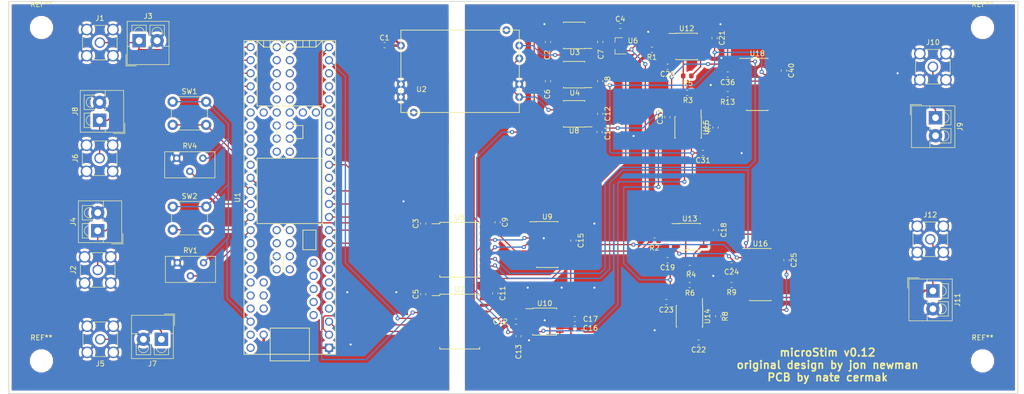
<source format=kicad_pcb>
(kicad_pcb (version 20171130) (host pcbnew 5.0.0-fee4fd1~66~ubuntu18.04.1)
  (layers (0 F.Cu signal) (31 B.Cu signal) (34 B.Paste user) (35 F.Paste user) (36 B.SilkS user) (37 F.SilkS user) (38 B.Mask user) (39 F.Mask user) (44 Edge.Cuts user))
  (net 0 "")
  (net 1 +5V)
  (net 2 GNDREF)
  (net 3 "Net-(U3-Pad4)")
  (net 4 "Net-(U3-Pad5)")
  (net 5 +15V)
  (net 6 +12V)
  (net 7 "Net-(U4-Pad4)")
  (net 8 "Net-(U4-Pad5)")
  (net 9 +3V3)
  (net 10 SCK0)
  (net 11 NLDAC)
  (net 12 MOSI)
  (net 13 SS)
  (net 14 GND)
  (net 15 SSi)
  (net 16 MOSIi)
  (net 17 NLDACi)
  (net 18 SCK0i)
  (net 19 OE0i)
  (net 20 OE1i)
  (net 21 OE1)
  (net 22 OE0)
  (net 23 -15V)
  (net 24 -12V)
  (net 25 TRIG1)
  (net 26 AIN1)
  (net 27 IOUT0)
  (net 28 "Net-(R1-Pad2)")
  (net 29 "Net-(R2-Pad2)")
  (net 30 "Net-(R3-Pad2)")
  (net 31 "Net-(R4-Pad2)")
  (net 32 "Net-(R7-Pad2)")
  (net 33 "Net-(R7-Pad1)")
  (net 34 "Net-(R8-Pad1)")
  (net 35 "Net-(R8-Pad2)")
  (net 36 "Net-(R9-Pad1)")
  (net 37 "Net-(R13-Pad1)")
  (net 38 VUSB)
  (net 39 TRIG0)
  (net 40 AIN0)
  (net 41 IOUT1)
  (net 42 "Net-(RV1-Pad2)")
  (net 43 CS2)
  (net 44 SCK2)
  (net 45 MOSI2)
  (net 46 MISO2)
  (net 47 "Net-(U8-Pad8)")
  (net 48 "Net-(U8-Pad4)")
  (net 49 "Net-(U9-Pad2)")
  (net 50 "Net-(U9-Pad6)")
  (net 51 "Net-(U9-Pad7)")
  (net 52 CS2i)
  (net 53 MOSI2i)
  (net 54 ISENSE0)
  (net 55 ISENSE1)
  (net 56 SCK2i)
  (net 57 "Net-(U13-Pad8)")
  (net 58 "Net-(U18-Pad13)")
  (net 59 "Net-(C42-Pad1)")
  (net 60 "Net-(SW1-Pad2)")
  (net 61 "Net-(SW2-Pad2)")
  (net 62 "Net-(U1-Pad14)")
  (net 63 "Net-(U1-Pad22)")
  (net 64 "Net-(U1-Pad25)")
  (net 65 "Net-(U1-Pad26)")
  (net 66 "Net-(U1-Pad27)")
  (net 67 "Net-(U1-Pad28)")
  (net 68 "Net-(U1-Pad29)")
  (net 69 "Net-(U1-Pad34)")
  (net 70 "Net-(U1-Pad37)")
  (net 71 "Net-(U1-Pad8)")
  (net 72 "Net-(U1-Pad7)")
  (net 73 "Net-(U1-Pad6)")
  (net 74 "Net-(U1-Pad5)")
  (net 75 "Net-(U1-Pad4)")
  (net 76 "Net-(U1-Pad38)")
  (net 77 "Net-(U1-Pad39)")
  (net 78 "Net-(U1-Pad45)")
  (net 79 "Net-(U1-Pad46)")
  (net 80 "Net-(U1-Pad47)")
  (net 81 "Net-(U1-Pad48)")
  (net 82 "Net-(U1-Pad49)")
  (net 83 "Net-(U1-Pad50)")
  (net 84 "Net-(U1-Pad52)")
  (net 85 "Net-(U1-Pad53)")
  (net 86 "Net-(U1-Pad55)")
  (net 87 "Net-(U1-Pad56)")
  (net 88 "Net-(U1-Pad57)")
  (net 89 "Net-(U1-Pad63)")
  (net 90 "Net-(U1-Pad64)")
  (net 91 "Net-(U1-Pad65)")
  (net 92 "Net-(U1-Pad66)")
  (net 93 "Net-(U1-Pad67)")
  (net 94 "Net-(U1-Pad68)")
  (net 95 "Net-(U1-Pad69)")
  (net 96 "Net-(U1-Pad70)")
  (net 97 "Net-(U1-Pad71)")
  (net 98 "Net-(U1-Pad72)")
  (net 99 "Net-(U1-Pad73)")
  (net 100 "Net-(U1-Pad74)")
  (net 101 "Net-(U1-Pad75)")
  (net 102 "Net-(U1-Pad76)")
  (net 103 "Net-(U1-Pad77)")
  (net 104 "Net-(U1-Pad78)")
  (net 105 "Net-(U1-Pad79)")
  (net 106 "Net-(U1-Pad84)")
  (net 107 "Net-(U1-Pad85)")
  (net 108 "Net-(U1-Pad86)")
  (net 109 "Net-(U1-Pad58)")
  (net 110 "Net-(U1-Pad59)")
  (net 111 "Net-(U1-Pad60)")
  (net 112 "Net-(U1-Pad61)")
  (net 113 "Net-(U1-Pad62)")
  (net 114 MISO2i)
  (net 115 "Net-(RV4-Pad2)")
  (net 116 "Net-(U1-Pad80)")
  (net 117 "Net-(U1-Pad81)")
  (net 118 "Net-(U1-Pad82)")
  (net 119 "Net-(U1-Pad83)")
  (net 120 "Net-(U1-Pad35)")
  (net 121 "Net-(U1-Pad36)")
  (net 122 "Net-(R1-Pad1)")
  (net 123 "Net-(R3-Pad1)")
  (net 124 "Net-(R5-Pad2)")
  (net 125 "Net-(R2-Pad1)")
  (net 126 "Net-(R4-Pad1)")
  (net 127 "Net-(R6-Pad2)")
  (net 128 2.5V)
  (net 129 "Net-(U12-Pad8)")
  (net 130 "Net-(U16-Pad13)")
  (net 131 "Net-(U1-Pad17)")
  (net 132 "Net-(U1-Pad18)")
  (net 133 "Net-(U1-Pad19)")
  (net 134 "Net-(U1-Pad20)")
  (net 135 "Net-(U1-Pad16)")
  (net 136 "Net-(U1-Pad21)")
  (module Package_SO:TSSOP-14_4.4x5mm_P0.65mm (layer F.Cu) (at 163.83 83.82)
    (fp_text reference U10 (at 0 -3.55) (layer F.SilkS))
    (fp_text value AD7321)
    (pad 14 smd rect (at 2.95 -1.95) (size 1.45 0.45) (layers F.Cu F.Paste F.Mask) (net 56 SCK2i))
    (pad 13 smd rect (at 2.95 -1.3) (size 1.45 0.45) (layers F.Cu F.Paste F.Mask) (net 2 GNDREF))
    (pad 12 smd rect (at 2.95 -0.65) (size 1.45 0.45) (layers F.Cu F.Paste F.Mask) (net 114 MISO2i))
    (pad 11 smd rect (at 2.95 0) (size 1.45 0.45) (layers F.Cu F.Paste F.Mask) (net 1 +5V))
    (pad 10 smd rect (at 2.95 0.65) (size 1.45 0.45) (layers F.Cu F.Paste F.Mask) (net 1 +5V))
    (pad 9 smd rect (at 2.95 1.3) (size 1.45 0.45) (layers F.Cu F.Paste F.Mask) (net 6 +12V))
    (pad 8 smd rect (at 2.95 1.95) (size 1.45 0.45) (layers F.Cu F.Paste F.Mask) (net 55 ISENSE1))
    (pad 7 smd rect (at -2.95 1.95) (size 1.45 0.45) (layers F.Cu F.Paste F.Mask) (net 54 ISENSE0))
    (pad 6 smd rect (at -2.95 1.3) (size 1.45 0.45) (layers F.Cu F.Paste F.Mask) (net 24 -12V))
    (pad 5 smd rect (at -2.95 0.65) (size 1.45 0.45) (layers F.Cu F.Paste F.Mask) (net 59 "Net-(C42-Pad1)"))
    (pad 4 smd rect (at -2.95 0) (size 1.45 0.45) (layers F.Cu F.Paste F.Mask) (net 2 GNDREF))
    (pad 3 smd rect (at -2.95 -0.65) (size 1.45 0.45) (layers F.Cu F.Paste F.Mask) (net 2 GNDREF))
    (pad 2 smd rect (at -2.95 -1.3) (size 1.45 0.45) (layers F.Cu F.Paste F.Mask) (net 53 MOSI2i))
    (pad 1 smd rect (at -2.95 -1.95) (size 1.45 0.45) (layers F.Cu F.Paste F.Mask) (net 52 CS2i))
  )
  (module Capacitor_SMD:C_0603_1608Metric (layer F.Cu) (at 132.715 30.099)
    (fp_text reference C1 (at 0 -1.43) (layer F.SilkS))
    (fp_text value 10uF)
    (pad 1 smd roundrect (at -0.7875 0) (size 0.875 0.95) (layers F.Cu F.Paste F.Mask) (net 14 GND))
    (pad 2 smd roundrect (at 0.7875 0) (size 0.875 0.95) (layers F.Cu F.Paste F.Mask) (net 38 VUSB))
  )
  (module Capacitor_SMD:C_0603_1608Metric (layer F.Cu) (at 164.464731 29.47617 270)
    (fp_text reference C2 (at 2.52783 0.126731 270) (layer F.SilkS))
    (fp_text value 1uF)
    (pad 1 smd roundrect (at -0.7875 0 270) (size 0.875 0.95) (layers F.Cu F.Paste F.Mask) (net 2 GNDREF))
    (pad 2 smd roundrect (at 0.7875 0 270) (size 0.875 0.95) (layers F.Cu F.Paste F.Mask) (net 5 +15V))
  )
  (module Capacitor_SMD:C_0603_1608Metric (layer F.Cu) (at 140.208 64.77 90)
    (fp_text reference C3 (at 0 -1.43 90) (layer F.SilkS))
    (fp_text value 0.1uF)
    (pad 2 smd roundrect (at 0.7875 0 90) (size 0.875 0.95) (layers F.Cu F.Paste F.Mask) (net 14 GND))
    (pad 1 smd roundrect (at -0.7875 0 90) (size 0.875 0.95) (layers F.Cu F.Paste F.Mask) (net 9 +3V3))
  )
  (module Capacitor_SMD:C_0603_1608Metric (layer F.Cu) (at 140.208 78.486 90)
    (fp_text reference C5 (at 0 -1.43 90) (layer F.SilkS))
    (fp_text value 0.1uF)
    (pad 2 smd roundrect (at 0.7875 0 90) (size 0.875 0.95) (layers F.Cu F.Paste F.Mask) (net 14 GND))
    (pad 1 smd roundrect (at -0.7875 0 90) (size 0.875 0.95) (layers F.Cu F.Paste F.Mask) (net 9 +3V3))
  )
  (module Capacitor_SMD:C_0603_1608Metric (layer F.Cu) (at 164.464731 37.09617 270)
    (fp_text reference C6 (at 2.52783 0.126731 270) (layer F.SilkS))
    (fp_text value 1uF)
    (pad 1 smd roundrect (at -0.7875 0 270) (size 0.875 0.95) (layers F.Cu F.Paste F.Mask) (net 2 GNDREF))
    (pad 2 smd roundrect (at 0.7875 0 270) (size 0.875 0.95) (layers F.Cu F.Paste F.Mask) (net 5 +15V))
  )
  (module Capacitor_SMD:C_0603_1608Metric (layer F.Cu) (at 174.624731 29.47617 270)
    (fp_text reference C7 (at 2.42623 -0.127269 270) (layer F.SilkS))
    (fp_text value 1uF)
    (pad 2 smd roundrect (at 0.7875 0 270) (size 0.875 0.95) (layers F.Cu F.Paste F.Mask) (net 1 +5V))
    (pad 1 smd roundrect (at -0.7875 0 270) (size 0.875 0.95) (layers F.Cu F.Paste F.Mask) (net 2 GNDREF))
  )
  (module Capacitor_SMD:C_0603_1608Metric (layer F.Cu) (at 174.624731 37.09617 270)
    (fp_text reference C8 (at 0 -1.43 270) (layer F.SilkS))
    (fp_text value 1uF)
    (pad 2 smd roundrect (at 0.7875 0 270) (size 0.875 0.95) (layers F.Cu F.Paste F.Mask) (net 6 +12V))
    (pad 1 smd roundrect (at -0.7875 0 270) (size 0.875 0.95) (layers F.Cu F.Paste F.Mask) (net 2 GNDREF))
  )
  (module Capacitor_SMD:C_0603_1608Metric (layer F.Cu) (at 154.686 64.516 270)
    (fp_text reference C9 (at 0 -1.43 270) (layer F.SilkS))
    (fp_text value 0.1uF)
    (pad 1 smd roundrect (at -0.7875 0 270) (size 0.875 0.95) (layers F.Cu F.Paste F.Mask) (net 2 GNDREF))
    (pad 2 smd roundrect (at 0.7875 0 270) (size 0.875 0.95) (layers F.Cu F.Paste F.Mask) (net 1 +5V))
  )
  (module Capacitor_SMD:C_0603_1608Metric (layer F.Cu) (at 154.224004 78.321186 270)
    (fp_text reference C11 (at 0 -1.43 270) (layer F.SilkS))
    (fp_text value 0.1uF)
    (pad 1 smd roundrect (at -0.7875 0 270) (size 0.875 0.95) (layers F.Cu F.Paste F.Mask) (net 2 GNDREF))
    (pad 2 smd roundrect (at 0.7875 0 270) (size 0.875 0.95) (layers F.Cu F.Paste F.Mask) (net 1 +5V))
  )
  (module Capacitor_SMD:C_0603_1608Metric (layer F.Cu) (at 174.624731 43.44617 270)
    (fp_text reference C12 (at 0 -1.43 270) (layer F.SilkS))
    (fp_text value 1uF)
    (pad 2 smd roundrect (at 0.7875 0 270) (size 0.875 0.95) (layers F.Cu F.Paste F.Mask) (net 23 -15V))
    (pad 1 smd roundrect (at -0.7875 0 270) (size 0.875 0.95) (layers F.Cu F.Paste F.Mask) (net 2 GNDREF))
  )
  (module Capacitor_SMD:C_0603_1608Metric (layer F.Cu) (at 158.75 86.6395 270)
    (fp_text reference C13 (at 3.048 0 270) (layer F.SilkS))
    (fp_text value 0.1uF)
    (pad 1 smd roundrect (at -0.7875 0 270) (size 0.875 0.95) (layers F.Cu F.Paste F.Mask) (net 24 -12V))
    (pad 2 smd roundrect (at 0.7875 0 270) (size 0.875 0.95) (layers F.Cu F.Paste F.Mask) (net 2 GNDREF))
  )
  (module Capacitor_SMD:C_0603_1608Metric (layer F.Cu) (at 174.498 46.99 90)
    (fp_text reference C14 (at -0.127 1.5494 90) (layer F.SilkS))
    (fp_text value 1uF)
    (pad 1 smd roundrect (at -0.7875 0 90) (size 0.875 0.95) (layers F.Cu F.Paste F.Mask) (net 2 GNDREF))
    (pad 2 smd roundrect (at 0.7875 0 90) (size 0.875 0.95) (layers F.Cu F.Paste F.Mask) (net 24 -12V))
  )
  (module Capacitor_SMD:C_0603_1608Metric (layer F.Cu) (at 169.418 68.072 270)
    (fp_text reference C15 (at 0 -1.43 270) (layer F.SilkS))
    (fp_text value 0.1uF)
    (pad 2 smd roundrect (at 0.7875 0 270) (size 0.875 0.95) (layers F.Cu F.Paste F.Mask) (net 1 +5V))
    (pad 1 smd roundrect (at -0.7875 0 270) (size 0.875 0.95) (layers F.Cu F.Paste F.Mask) (net 2 GNDREF))
  )
  (module Capacitor_SMD:C_0603_1608Metric (layer F.Cu) (at 169.6975 85.09 180)
    (fp_text reference C16 (at -3.0225 0 180) (layer F.SilkS))
    (fp_text value 0.1uF)
    (pad 2 smd roundrect (at 0.7875 0 180) (size 0.875 0.95) (layers F.Cu F.Paste F.Mask) (net 6 +12V))
    (pad 1 smd roundrect (at -0.7875 0 180) (size 0.875 0.95) (layers F.Cu F.Paste F.Mask) (net 2 GNDREF))
  )
  (module Capacitor_SMD:C_0603_1608Metric (layer F.Cu) (at 169.672 83.312 180)
    (fp_text reference C17 (at -3.048 0 180) (layer F.SilkS))
    (fp_text value 0.1uF)
    (pad 2 smd roundrect (at 0.7875 0 180) (size 0.875 0.95) (layers F.Cu F.Paste F.Mask) (net 1 +5V))
    (pad 1 smd roundrect (at -0.7875 0 180) (size 0.875 0.95) (layers F.Cu F.Paste F.Mask) (net 2 GNDREF))
  )
  (module Capacitor_SMD:C_0603_1608Metric (layer F.Cu) (at 158.242 83.82 180)
    (fp_text reference C42 (at 3.048 0 180) (layer F.SilkS))
    (fp_text value 680nF)
    (pad 1 smd roundrect (at -0.7875 0 180) (size 0.875 0.95) (layers F.Cu F.Paste F.Mask) (net 59 "Net-(C42-Pad1)"))
    (pad 2 smd roundrect (at 0.7875 0 180) (size 0.875 0.95) (layers F.Cu F.Paste F.Mask) (net 2 GNDREF))
  )
  (module Connector_Coaxial:SMA_Amphenol_901-144_Vertical (layer F.Cu) (at 77.394776 29.604504)
    (fp_text reference J1 (at 0 -4.75) (layer F.SilkS))
    (fp_text value Conn_Coaxial)
    (pad 1 thru_hole circle (at 0 0) (size 2.05 2.05) (drill 1.5) (layers *.Cu *.Mask) (net 39 TRIG0))
    (pad 2 thru_hole circle (at 2.54 2.54) (size 2.25 2.25) (drill 1.7) (layers *.Cu *.Mask) (net 14 GND))
    (pad 2 thru_hole circle (at 2.54 -2.54) (size 2.25 2.25) (drill 1.7) (layers *.Cu *.Mask) (net 14 GND))
    (pad 2 thru_hole circle (at -2.54 -2.54) (size 2.25 2.25) (drill 1.7) (layers *.Cu *.Mask) (net 14 GND))
    (pad 2 thru_hole circle (at -2.54 2.54) (size 2.25 2.25) (drill 1.7) (layers *.Cu *.Mask) (net 14 GND))
  )
  (module Connector_Coaxial:SMA_Amphenol_901-144_Vertical (layer F.Cu) (at 76.975 73.782112 90)
    (fp_text reference J2 (at 0 -4.75 90) (layer F.SilkS))
    (fp_text value Conn_Coaxial)
    (pad 2 thru_hole circle (at -2.54 2.54 90) (size 2.25 2.25) (drill 1.7) (layers *.Cu *.Mask) (net 14 GND))
    (pad 2 thru_hole circle (at -2.54 -2.54 90) (size 2.25 2.25) (drill 1.7) (layers *.Cu *.Mask) (net 14 GND))
    (pad 2 thru_hole circle (at 2.54 -2.54 90) (size 2.25 2.25) (drill 1.7) (layers *.Cu *.Mask) (net 14 GND))
    (pad 2 thru_hole circle (at 2.54 2.54 90) (size 2.25 2.25) (drill 1.7) (layers *.Cu *.Mask) (net 14 GND))
    (pad 1 thru_hole circle (at 0 0 90) (size 2.05 2.05) (drill 1.5) (layers *.Cu *.Mask) (net 40 AIN0))
  )
  (module TerminalBlock_4Ucon:TerminalBlock_4Ucon_1x02_P3.50mm_Vertical (layer F.Cu) (at 85.014776 29.223504)
    (fp_text reference J3 (at 1.75 -4.76) (layer F.SilkS))
    (fp_text value Screw_Terminal_01x02)
    (pad 2 thru_hole circle (at 3.5 0) (size 2.6 2.6) (drill 1.3) (layers *.Cu *.Mask) (net 14 GND))
    (pad 1 thru_hole rect (at 0 0) (size 2.6 2.6) (drill 1.3) (layers *.Cu *.Mask) (net 39 TRIG0))
  )
  (module TerminalBlock_4Ucon:TerminalBlock_4Ucon_1x02_P3.50mm_Vertical (layer F.Cu) (at 76.975 66.162112 90)
    (fp_text reference J4 (at 1.75 -4.76 90) (layer F.SilkS))
    (fp_text value Screw_Terminal_01x02)
    (pad 2 thru_hole circle (at 3.5 0 90) (size 2.6 2.6) (drill 1.3) (layers *.Cu *.Mask) (net 14 GND))
    (pad 1 thru_hole rect (at 0 0 90) (size 2.6 2.6) (drill 1.3) (layers *.Cu *.Mask) (net 40 AIN0))
  )
  (module Connector_Coaxial:SMA_Amphenol_901-144_Vertical (layer F.Cu) (at 77.47 87.249 180)
    (fp_text reference J5 (at 0 -4.75 180) (layer F.SilkS))
    (fp_text value Conn_Coaxial)
    (pad 1 thru_hole circle (at 0 0 180) (size 2.05 2.05) (drill 1.5) (layers *.Cu *.Mask) (net 25 TRIG1))
    (pad 2 thru_hole circle (at 2.54 2.54 180) (size 2.25 2.25) (drill 1.7) (layers *.Cu *.Mask) (net 14 GND))
    (pad 2 thru_hole circle (at 2.54 -2.54 180) (size 2.25 2.25) (drill 1.7) (layers *.Cu *.Mask) (net 14 GND))
    (pad 2 thru_hole circle (at -2.54 -2.54 180) (size 2.25 2.25) (drill 1.7) (layers *.Cu *.Mask) (net 14 GND))
    (pad 2 thru_hole circle (at -2.54 2.54 180) (size 2.25 2.25) (drill 1.7) (layers *.Cu *.Mask) (net 14 GND))
  )
  (module Connector_Coaxial:SMA_Amphenol_901-144_Vertical (layer F.Cu) (at 77.343 52.07 90)
    (fp_text reference J6 (at 0 -4.75 90) (layer F.SilkS))
    (fp_text value Conn_Coaxial)
    (pad 2 thru_hole circle (at -2.54 2.54 90) (size 2.25 2.25) (drill 1.7) (layers *.Cu *.Mask) (net 14 GND))
    (pad 2 thru_hole circle (at -2.54 -2.54 90) (size 2.25 2.25) (drill 1.7) (layers *.Cu *.Mask) (net 14 GND))
    (pad 2 thru_hole circle (at 2.54 -2.54 90) (size 2.25 2.25) (drill 1.7) (layers *.Cu *.Mask) (net 14 GND))
    (pad 2 thru_hole circle (at 2.54 2.54 90) (size 2.25 2.25) (drill 1.7) (layers *.Cu *.Mask) (net 14 GND))
    (pad 1 thru_hole circle (at 0 0 90) (size 2.05 2.05) (drill 1.5) (layers *.Cu *.Mask) (net 26 AIN1))
  )
  (module TerminalBlock_4Ucon:TerminalBlock_4Ucon_1x02_P3.50mm_Vertical (layer F.Cu) (at 89.352 87.249 180)
    (fp_text reference J7 (at 1.75 -4.76 180) (layer F.SilkS))
    (fp_text value Screw_Terminal_01x02)
    (pad 1 thru_hole rect (at 0 0 180) (size 2.6 2.6) (drill 1.3) (layers *.Cu *.Mask) (net 25 TRIG1))
    (pad 2 thru_hole circle (at 3.5 0 180) (size 2.6 2.6) (drill 1.3) (layers *.Cu *.Mask) (net 14 GND))
  )
  (module TerminalBlock_4Ucon:TerminalBlock_4Ucon_1x02_P3.50mm_Vertical (layer F.Cu) (at 77.343 44.704 90)
    (fp_text reference J8 (at 1.75 -4.76 90) (layer F.SilkS))
    (fp_text value Screw_Terminal_01x02)
    (pad 1 thru_hole rect (at 0 0 90) (size 2.6 2.6) (drill 1.3) (layers *.Cu *.Mask) (net 26 AIN1))
    (pad 2 thru_hole circle (at 3.5 0 90) (size 2.6 2.6) (drill 1.3) (layers *.Cu *.Mask) (net 14 GND))
  )
  (module TerminalBlock_4Ucon:TerminalBlock_4Ucon_1x02_P3.50mm_Vertical (layer F.Cu) (at 239.776 44.196 270)
    (fp_text reference J9 (at 1.75 -4.76 270) (layer F.SilkS))
    (fp_text value Screw_Terminal_01x02)
    (pad 1 thru_hole rect (at 0 0 270) (size 2.6 2.6) (drill 1.3) (layers *.Cu *.Mask) (net 27 IOUT0))
    (pad 2 thru_hole circle (at 3.5 0 270) (size 2.6 2.6) (drill 1.3) (layers *.Cu *.Mask) (net 2 GNDREF))
  )
  (module Connector_Coaxial:SMA_Amphenol_901-144_Vertical (layer F.Cu) (at 239.268 34.29)
    (fp_text reference J10 (at 0 -4.75) (layer F.SilkS))
    (fp_text value Conn_Coaxial)
    (pad 1 thru_hole circle (at 0 0) (size 2.05 2.05) (drill 1.5) (layers *.Cu *.Mask) (net 27 IOUT0))
    (pad 2 thru_hole circle (at 2.54 2.54) (size 2.25 2.25) (drill 1.7) (layers *.Cu *.Mask) (net 2 GNDREF))
    (pad 2 thru_hole circle (at 2.54 -2.54) (size 2.25 2.25) (drill 1.7) (layers *.Cu *.Mask) (net 2 GNDREF))
    (pad 2 thru_hole circle (at -2.54 -2.54) (size 2.25 2.25) (drill 1.7) (layers *.Cu *.Mask) (net 2 GNDREF))
    (pad 2 thru_hole circle (at -2.54 2.54) (size 2.25 2.25) (drill 1.7) (layers *.Cu *.Mask) (net 2 GNDREF))
  )
  (module Connector_Coaxial:SMA_Amphenol_901-144_Vertical (layer F.Cu) (at 238.76 67.818)
    (fp_text reference J12 (at 0 -4.75) (layer F.SilkS))
    (fp_text value Conn_Coaxial)
    (pad 2 thru_hole circle (at -2.54 2.54) (size 2.25 2.25) (drill 1.7) (layers *.Cu *.Mask) (net 2 GNDREF))
    (pad 2 thru_hole circle (at -2.54 -2.54) (size 2.25 2.25) (drill 1.7) (layers *.Cu *.Mask) (net 2 GNDREF))
    (pad 2 thru_hole circle (at 2.54 -2.54) (size 2.25 2.25) (drill 1.7) (layers *.Cu *.Mask) (net 2 GNDREF))
    (pad 2 thru_hole circle (at 2.54 2.54) (size 2.25 2.25) (drill 1.7) (layers *.Cu *.Mask) (net 2 GNDREF))
    (pad 1 thru_hole circle (at 0 0) (size 2.05 2.05) (drill 1.5) (layers *.Cu *.Mask) (net 41 IOUT1))
  )
  (module Potentiometer_THT:Potentiometer_Bourns_3296Y_Vertical (layer F.Cu) (at 97.536 72.39)
    (fp_text reference RV1 (at -2.54 -2.39) (layer F.SilkS))
    (fp_text value 1k)
    (pad 1 thru_hole circle (at 0 0) (size 1.44 1.44) (drill 0.8) (layers *.Cu *.Mask) (net 9 +3V3))
    (pad 2 thru_hole circle (at -2.54 2.54) (size 1.44 1.44) (drill 0.8) (layers *.Cu *.Mask) (net 42 "Net-(RV1-Pad2)"))
    (pad 3 thru_hole circle (at -5.08 0) (size 1.44 1.44) (drill 0.8) (layers *.Cu *.Mask) (net 14 GND))
  )
  (module Button_Switch_THT:SW_PUSH_6mm (layer F.Cu) (at 91.544 41.093)
    (fp_text reference SW1 (at 3.25 -2) (layer F.SilkS))
    (fp_text value SW_Push)
    (pad 2 thru_hole circle (at 0 4.5 90) (size 2 2) (drill 1.1) (layers *.Cu *.Mask) (net 60 "Net-(SW1-Pad2)"))
    (pad 1 thru_hole circle (at 0 0 90) (size 2 2) (drill 1.1) (layers *.Cu *.Mask) (net 9 +3V3))
    (pad 2 thru_hole circle (at 6.5 4.5 90) (size 2 2) (drill 1.1) (layers *.Cu *.Mask) (net 60 "Net-(SW1-Pad2)"))
    (pad 1 thru_hole circle (at 6.5 0 90) (size 2 2) (drill 1.1) (layers *.Cu *.Mask) (net 9 +3V3))
  )
  (module Button_Switch_THT:SW_PUSH_6mm (layer F.Cu) (at 91.567 61.468)
    (fp_text reference SW2 (at 3.25 -2) (layer F.SilkS))
    (fp_text value SW_Push)
    (pad 1 thru_hole circle (at 6.5 0 90) (size 2 2) (drill 1.1) (layers *.Cu *.Mask) (net 9 +3V3))
    (pad 2 thru_hole circle (at 6.5 4.5 90) (size 2 2) (drill 1.1) (layers *.Cu *.Mask) (net 61 "Net-(SW2-Pad2)"))
    (pad 1 thru_hole circle (at 0 0 90) (size 2 2) (drill 1.1) (layers *.Cu *.Mask) (net 9 +3V3))
    (pad 2 thru_hole circle (at 0 4.5 90) (size 2 2) (drill 1.1) (layers *.Cu *.Mask) (net 61 "Net-(SW2-Pad2)"))
  )
  (module microstim:Teensy35_36 (layer F.Cu) (at 114.3 59.69 90)
    (fp_text reference U1 (at 0 -10.16 90) (layer F.SilkS))
    (fp_text value Teensy3.5)
    (pad 17 thru_hole circle (at 11.43 7.62 90) (size 1.6 1.6) (drill 1.1) (layers *.Cu *.Mask) (net 131 "Net-(U1-Pad17)"))
    (pad 18 thru_hole circle (at 13.97 7.62 90) (size 1.6 1.6) (drill 1.1) (layers *.Cu *.Mask) (net 132 "Net-(U1-Pad18)"))
    (pad 19 thru_hole circle (at 16.51 7.62 90) (size 1.6 1.6) (drill 1.1) (layers *.Cu *.Mask) (net 133 "Net-(U1-Pad19)"))
    (pad 20 thru_hole circle (at 19.05 7.62 90) (size 1.6 1.6) (drill 1.1) (layers *.Cu *.Mask) (net 134 "Net-(U1-Pad20)"))
    (pad 16 thru_hole circle (at 8.89 7.62 90) (size 1.6 1.6) (drill 1.1) (layers *.Cu *.Mask) (net 135 "Net-(U1-Pad16)"))
    (pad 15 thru_hole circle (at 6.35 7.62 90) (size 1.6 1.6) (drill 1.1) (layers *.Cu *.Mask) (net 9 +3V3))
    (pad 14 thru_hole circle (at 3.81 7.62 90) (size 1.6 1.6) (drill 1.1) (layers *.Cu *.Mask) (net 62 "Net-(U1-Pad14)"))
    (pad 21 thru_hole circle (at 21.59 7.62 90) (size 1.6 1.6) (drill 1.1) (layers *.Cu *.Mask) (net 136 "Net-(U1-Pad21)"))
    (pad 22 thru_hole circle (at 24.13 7.62 90) (size 1.6 1.6) (drill 1.1) (layers *.Cu *.Mask) (net 63 "Net-(U1-Pad22)"))
    (pad 23 thru_hole circle (at 26.67 7.62 90) (size 1.6 1.6) (drill 1.1) (layers *.Cu *.Mask) (net 43 CS2))
    (pad 24 thru_hole circle (at 29.21 7.62 90) (size 1.6 1.6) (drill 1.1) (layers *.Cu *.Mask) (net 44 SCK2))
    (pad 25 thru_hole circle (at 16.51 5.08 90) (size 1.6 1.6) (drill 1.1) (layers *.Cu *.Mask) (net 64 "Net-(U1-Pad25)"))
    (pad 26 thru_hole circle (at 16.51 2.54 90) (size 1.6 1.6) (drill 1.1) (layers *.Cu *.Mask) (net 65 "Net-(U1-Pad26)"))
    (pad 27 thru_hole circle (at 16.51 0 90) (size 1.6 1.6) (drill 1.1) (layers *.Cu *.Mask) (net 66 "Net-(U1-Pad27)"))
    (pad 28 thru_hole circle (at 16.51 -2.54 90) (size 1.6 1.6) (drill 1.1) (layers *.Cu *.Mask) (net 67 "Net-(U1-Pad28)"))
    (pad 29 thru_hole circle (at 16.51 -5.08 90) (size 1.6 1.6) (drill 1.1) (layers *.Cu *.Mask) (net 68 "Net-(U1-Pad29)"))
    (pad 30 thru_hole circle (at 29.21 -7.62 90) (size 1.6 1.6) (drill 1.1) (layers *.Cu *.Mask) (net 39 TRIG0))
    (pad 31 thru_hole circle (at 26.67 -7.62 90) (size 1.6 1.6) (drill 1.1) (layers *.Cu *.Mask) (net 26 AIN1))
    (pad 32 thru_hole circle (at 24.13 -7.62 90) (size 1.6 1.6) (drill 1.1) (layers *.Cu *.Mask) (net 40 AIN0))
    (pad 33 thru_hole circle (at 21.59 -7.62 90) (size 1.6 1.6) (drill 1.1) (layers *.Cu *.Mask) (net 25 TRIG1))
    (pad 34 thru_hole circle (at 19.05 -7.62 90) (size 1.6 1.6) (drill 1.1) (layers *.Cu *.Mask) (net 69 "Net-(U1-Pad34)"))
    (pad 35 thru_hole circle (at 16.51 -7.62 90) (size 1.6 1.6) (drill 1.1) (layers *.Cu *.Mask) (net 120 "Net-(U1-Pad35)"))
    (pad 36 thru_hole circle (at 13.97 -7.62 90) (size 1.6 1.6) (drill 1.1) (layers *.Cu *.Mask) (net 121 "Net-(U1-Pad36)"))
    (pad 37 thru_hole circle (at 11.43 -7.62 90) (size 1.6 1.6) (drill 1.1) (layers *.Cu *.Mask) (net 70 "Net-(U1-Pad37)"))
    (pad 13 thru_hole circle (at 1.27 7.62 90) (size 1.6 1.6) (drill 1.1) (layers *.Cu *.Mask) (net 12 MOSI))
    (pad 12 thru_hole circle (at -1.27 7.62 90) (size 1.6 1.6) (drill 1.1) (layers *.Cu *.Mask) (net 13 SS))
    (pad 11 thru_hole circle (at -3.81 7.62 90) (size 1.6 1.6) (drill 1.1) (layers *.Cu *.Mask) (net 11 NLDAC))
    (pad 10 thru_hole circle (at -6.35 7.62 90) (size 1.6 1.6) (drill 1.1) (layers *.Cu *.Mask) (net 22 OE0))
    (pad 9 thru_hole circle (at -8.89 7.62 90) (size 1.6 1.6) (drill 1.1) (layers *.Cu *.Mask) (net 21 OE1))
    (pad 8 thru_hole circle (at -11.43 7.62 90) (size 1.6 1.6) (drill 1.1) (layers *.Cu *.Mask) (net 71 "Net-(U1-Pad8)"))
    (pad 7 thru_hole circle (at -13.97 7.62 90) (size 1.6 1.6) (drill 1.1) (layers *.Cu *.Mask) (net 72 "Net-(U1-Pad7)"))
    (pad 6 thru_hole circle (at -16.51 7.62 90) (size 1.6 1.6) (drill 1.1) (layers *.Cu *.Mask) (net 73 "Net-(U1-Pad6)"))
    (pad 5 thru_hole circle (at -19.05 7.62 90) (size 1.6 1.6) (drill 1.1) (layers *.Cu *.Mask) (net 74 "Net-(U1-Pad5)"))
    (pad 4 thru_hole circle (at -21.59 7.62 90) (size 1.6 1.6) (drill 1.1) (layers *.Cu *.Mask) (net 75 "Net-(U1-Pad4)"))
    (pad 3 thru_hole circle (at -24.13 7.62 90) (size 1.6 1.6) (drill 1.1) (layers *.Cu *.Mask) (net 46 MISO2))
    (pad 2 thru_hole circle (at -26.67 7.62 90) (size 1.6 1.6) (drill 1.1) (layers *.Cu *.Mask) (net 45 MOSI2))
    (pad 1 thru_hole rect (at -29.21 7.62 90) (size 1.6 1.6) (drill 1.1) (layers *.Cu *.Mask) (net 14 GND))
    (pad 38 thru_hole circle (at 8.89 -7.62 90) (size 1.6 1.6) (drill 1.1) (layers *.Cu *.Mask) (net 76 "Net-(U1-Pad38)"))
    (pad 39 thru_hole circle (at 6.35 -7.62 90) (size 1.6 1.6) (drill 1.1) (layers *.Cu *.Mask) (net 77 "Net-(U1-Pad39)"))
    (pad 40 thru_hole circle (at 3.81 -7.62 90) (size 1.6 1.6) (drill 1.1) (layers *.Cu *.Mask) (net 10 SCK0))
    (pad 41 thru_hole circle (at 1.27 -7.62 90) (size 1.6 1.6) (drill 1.1) (layers *.Cu *.Mask) (net 60 "Net-(SW1-Pad2)"))
    (pad 42 thru_hole circle (at -1.27 -7.62 90) (size 1.6 1.6) (drill 1.1) (layers *.Cu *.Mask) (net 115 "Net-(RV4-Pad2)"))
    (pad 43 thru_hole circle (at -3.81 -7.62 90) (size 1.6 1.6) (drill 1.1) (layers *.Cu *.Mask) (net 61 "Net-(SW2-Pad2)"))
    (pad 44 thru_hole circle (at -6.35 -7.62 90) (size 1.6 1.6) (drill 1.1) (layers *.Cu *.Mask) (net 42 "Net-(RV1-Pad2)"))
    (pad 45 thru_hole circle (at -8.89 -7.62 90) (size 1.6 1.6) (drill 1.1) (layers *.Cu *.Mask) (net 78 "Net-(U1-Pad45)"))
    (pad 46 thru_hole circle (at -11.43 -7.62 90) (size 1.6 1.6) (drill 1.1) (layers *.Cu *.Mask) (net 79 "Net-(U1-Pad46)"))
    (pad 47 thru_hole circle (at -13.97 -7.62 90) (size 1.6 1.6) (drill 1.1) (layers *.Cu *.Mask) (net 80 "Net-(U1-Pad47)"))
    (pad 48 thru_hole circle (at -16.51 -7.62 90) (size 1.6 1.6) (drill 1.1) (layers *.Cu *.Mask) (net 81 "Net-(U1-Pad48)"))
    (pad 49 thru_hole circle (at -19.05 -7.62 90) (size 1.6 1.6) (drill 1.1) (layers *.Cu *.Mask) (net 82 "Net-(U1-Pad49)"))
    (pad 50 thru_hole circle (at -21.59 -7.62 90) (size 1.6 1.6) (drill 1.1) (layers *.Cu *.Mask) (net 83 "Net-(U1-Pad50)"))
    (pad 51 thru_hole circle (at -24.13 -7.62 90) (size 1.6 1.6) (drill 1.1) (layers *.Cu *.Mask) (net 9 +3V3))
    (pad 52 thru_hole circle (at -26.67 -7.62 90) (size 1.6 1.6) (drill 1.1) (layers *.Cu *.Mask) (net 84 "Net-(U1-Pad52)"))
    (pad 53 thru_hole circle (at -29.21 -7.62 90) (size 1.6 1.6) (drill 1.1) (layers *.Cu *.Mask) (net 85 "Net-(U1-Pad53)"))
    (pad 54 thru_hole circle (at -26.67 -5.08 90) (size 1.6 1.6) (drill 1.1) (layers *.Cu *.Mask) (net 38 VUSB))
    (pad 55 thru_hole circle (at -21.59 -5.08 90) (size 1.6 1.6) (drill 1.1) (layers *.Cu *.Mask) (net 86 "Net-(U1-Pad55)"))
    (pad 56 thru_hole circle (at -19.05 -5.08 90) (size 1.6 1.6) (drill 1.1) (layers *.Cu *.Mask) (net 87 "Net-(U1-Pad56)"))
    (pad 57 thru_hole circle (at -16.51 -5.08 90) (size 1.6 1.6) (drill 1.1) (layers *.Cu *.Mask) (net 88 "Net-(U1-Pad57)"))
    (pad 63 thru_hole circle (at -13.97 0 90) (size 1.6 1.6) (drill 1.1) (layers *.Cu *.Mask) (net 89 "Net-(U1-Pad63)"))
    (pad 64 thru_hole circle (at -11.43 0 90) (size 1.6 1.6) (drill 1.1) (layers *.Cu *.Mask) (net 90 "Net-(U1-Pad64)"))
    (pad 65 thru_hole circle (at -8.89 0 90) (size 1.6 1.6) (drill 1.1) (layers *.Cu *.Mask) (net 91 "Net-(U1-Pad65)"))
    (pad 66 thru_hole circle (at -6.35 0 90) (size 1.6 1.6) (drill 1.1) (layers *.Cu *.Mask) (net 92 "Net-(U1-Pad66)"))
    (pad 67 thru_hole circle (at 8.89 0 90) (size 1.6 1.6) (drill 1.1) (layers *.Cu *.Mask) (net 93 "Net-(U1-Pad67)"))
    (pad 68 thru_hole circle (at 11.43 0 90) (size 1.6 1.6) (drill 1.1) (layers *.Cu *.Mask) (net 94 "Net-(U1-Pad68)"))
    (pad 69 thru_hole circle (at 13.97 0 90) (size 1.6 1.6) (drill 1.1) (layers *.Cu *.Mask) (net 95 "Net-(U1-Pad69)"))
    (pad 70 thru_hole circle (at 19.05 0 90) (size 1.6 1.6) (drill 1.1) (layers *.Cu *.Mask) (net 96 "Net-(U1-Pad70)"))
    (pad 71 thru_hole circle (at 21.59 0 90) (size 1.6 1.6) (drill 1.1) (layers *.Cu *.Mask) (net 97 "Net-(U1-Pad71)"))
    (pad 72 thru_hole circle (at 24.13 0 90) (size 1.6 1.6) (drill 1.1) (layers *.Cu *.Mask) (net 98 "Net-(U1-Pad72)"))
    (pad 73 thru_hole circle (at 26.67 0 90) (size 1.6 1.6) (drill 1.1) (layers *.Cu *.Mask) (net 99 "Net-(U1-Pad73)"))
    (pad 74 thru_hole circle (at 29.21 0 90) (size 1.6 1.6) (drill 1.1) (layers *.Cu *.Mask) (net 100 "Net-(U1-Pad74)"))
    (pad 75 thru_hole circle (at 29.21 -2.54 90) (size 1.6 1.6) (drill 1.1) (layers *.Cu *.Mask) (net 101 "Net-(U1-Pad75)"))
    (pad 76 thru_hole circle (at 26.67 -2.54 90) (size 1.6 1.6) (drill 1.1) (layers *.Cu *.Mask) (net 102 "Net-(U1-Pad76)"))
    (pad 77 thru_hole circle (at 24.13 -2.54 90) (size 1.6 1.6) (drill 1.1) (layers *.Cu *.Mask) (net 103 "Net-(U1-Pad77)"))
    (pad 78 thru_hole circle (at 21.59 -2.54 90) (size 1.6 1.6) (drill 1.1) (layers *.Cu *.Mask) (net 104 "Net-(U1-Pad78)"))
    (pad 79 thru_hole circle (at 19.05 -2.54 90) (size 1.6 1.6) (drill 1.1) (layers *.Cu *.Mask) (net 105 "Net-(U1-Pad79)"))
    (pad 80 thru_hole circle (at 13.97 -2.54 90) (size 1.6 1.6) (drill 1.1) (layers *.Cu *.Mask) (net 116 "Net-(U1-Pad80)"))
    (pad 81 thru_hole circle (at 11.43 -2.54 90) (size 1.6 1.6) (drill 1.1) (layers *.Cu *.Mask) (net 117 "Net-(U1-Pad81)"))
    (pad 82 thru_hole circle (at 8.89 -2.54 90) (size 1.6 1.6) (drill 1.1) (layers *.Cu *.Mask) (net 118 "Net-(U1-Pad82)"))
    (pad 83 thru_hole circle (at -6.35 -2.54 90) (size 1.6 1.6) (drill 1.1) (layers *.Cu *.Mask) (net 119 "Net-(U1-Pad83)"))
    (pad 84 thru_hole circle (at -8.89 -2.54 90) (size 1.6 1.6) (drill 1.1) (layers *.Cu *.Mask) (net 106 "Net-(U1-Pad84)"))
    (pad 85 thru_hole circle (at -11.43 -2.54 90) (size 1.6 1.6) (drill 1.1) (layers *.Cu *.Mask) (net 107 "Net-(U1-Pad85)"))
    (pad 86 thru_hole circle (at -13.97 -2.54 90) (size 1.6 1.6) (drill 1.1) (layers *.Cu *.Mask) (net 108 "Net-(U1-Pad86)"))
    (pad 58 thru_hole circle (at -22.86 4.62 90) (size 1.6 1.6) (drill 1.1) (layers *.Cu *.Mask) (net 109 "Net-(U1-Pad58)"))
    (pad 59 thru_hole circle (at -20.32 4.62 90) (size 1.6 1.6) (drill 1.1) (layers *.Cu *.Mask) (net 110 "Net-(U1-Pad59)"))
    (pad 60 thru_hole circle (at -17.78 4.62 90) (size 1.6 1.6) (drill 1.1) (layers *.Cu *.Mask) (net 111 "Net-(U1-Pad60)"))
    (pad 61 thru_hole circle (at -15.24 4.62 90) (size 1.6 1.6) (drill 1.1) (layers *.Cu *.Mask) (net 112 "Net-(U1-Pad61)"))
    (pad 62 thru_hole circle (at -12.7 4.62 90) (size 1.6 1.6) (drill 1.1) (layers *.Cu *.Mask) (net 113 "Net-(U1-Pad62)"))
  )
  (module microstim:CC3-0512DF-E (layer F.Cu) (at 135.89 43.18)
    (fp_text reference U2 (at 4 -4.5) (layer F.SilkS))
    (fp_text value CC3-0512DF-E)
    (pad 3 thru_hole circle (at 0 -3) (size 1.524 1.524) (drill 0.762) (layers *.Cu *.Mask) (net 14 GND))
    (pad 2 thru_hole circle (at 0 -5.5) (size 1.524 1.524) (drill 0.762) (layers *.Cu *.Mask) (net 14 GND))
    (pad 1 thru_hole circle (at 0 -13) (size 1.524 1.524) (drill 0.762) (layers *.Cu *.Mask) (net 38 VUSB))
    (pad a thru_hole circle (at 2.5 0) (size 1.5 1.5) (drill 0.762) (layers *.Cu *.Mask))
    (pad a thru_hole circle (at 20.5 -16) (size 1.524 1.524) (drill 0.762) (layers *.Cu *.Mask))
    (pad 7 thru_hole circle (at 23 -13) (size 1.524 1.524) (drill 0.762) (layers *.Cu *.Mask) (net 5 +15V))
    (pad 6 thru_hole circle (at 23 -10.5) (size 1.524 1.524) (drill 0.762) (layers *.Cu *.Mask) (net 23 -15V))
    (pad 5 thru_hole circle (at 23 -5.5) (size 1.524 1.524) (drill 0.762) (layers *.Cu *.Mask) (net 2 GNDREF))
    (pad 4 thru_hole circle (at 23 -3) (size 1.524 1.524) (drill 0.762) (layers *.Cu *.Mask) (net 23 -15V))
  )
  (module Package_SO:SOIC-8_3.9x4.9mm_P1.27mm (layer F.Cu) (at 169.544731 28.20617 180)
    (fp_text reference U3 (at -0.127269 -3.28983 180) (layer F.SilkS))
    (fp_text value L78L05_SO8)
    (pad 1 smd rect (at -2.7 -1.905 180) (size 1.55 0.6) (layers F.Cu F.Paste F.Mask) (net 1 +5V))
    (pad 2 smd rect (at -2.7 -0.635 180) (size 1.55 0.6) (layers F.Cu F.Paste F.Mask) (net 2 GNDREF))
    (pad 3 smd rect (at -2.7 0.635 180) (size 1.55 0.6) (layers F.Cu F.Paste F.Mask) (net 2 GNDREF))
    (pad 4 smd rect (at -2.7 1.905 180) (size 1.55 0.6) (layers F.Cu F.Paste F.Mask) (net 3 "Net-(U3-Pad4)"))
    (pad 5 smd rect (at 2.7 1.905 180) (size 1.55 0.6) (layers F.Cu F.Paste F.Mask) (net 4 "Net-(U3-Pad5)"))
    (pad 6 smd rect (at 2.7 0.635 180) (size 1.55 0.6) (layers F.Cu F.Paste F.Mask) (net 2 GNDREF))
    (pad 7 smd rect (at 2.7 -0.635 180) (size 1.55 0.6) (layers F.Cu F.Paste F.Mask) (net 2 GNDREF))
    (pad 8 smd rect (at 2.7 -1.905 180) (size 1.55 0.6) (layers F.Cu F.Paste F.Mask) (net 5 +15V))
  )
  (module Package_SO:SOIC-8_3.9x4.9mm_P1.27mm (layer F.Cu) (at 169.544731 35.82617 180)
    (fp_text reference U4 (at -0.127269 -3.54383 180) (layer F.SilkS))
    (fp_text value L78L12_SO8)
    (pad 1 smd rect (at -2.7 -1.905 180) (size 1.55 0.6) (layers F.Cu F.Paste F.Mask) (net 6 +12V))
    (pad 2 smd rect (at -2.7 -0.635 180) (size 1.55 0.6) (layers F.Cu F.Paste F.Mask) (net 2 GNDREF))
    (pad 3 smd rect (at -2.7 0.635 180) (size 1.55 0.6) (layers F.Cu F.Paste F.Mask) (net 2 GNDREF))
    (pad 4 smd rect (at -2.7 1.905 180) (size 1.55 0.6) (layers F.Cu F.Paste F.Mask) (net 7 "Net-(U4-Pad4)"))
    (pad 5 smd rect (at 2.7 1.905 180) (size 1.55 0.6) (layers F.Cu F.Paste F.Mask) (net 8 "Net-(U4-Pad5)"))
    (pad 6 smd rect (at 2.7 0.635 180) (size 1.55 0.6) (layers F.Cu F.Paste F.Mask) (net 2 GNDREF))
    (pad 7 smd rect (at 2.7 -0.635 180) (size 1.55 0.6) (layers F.Cu F.Paste F.Mask) (net 2 GNDREF))
    (pad 8 smd rect (at 2.7 -1.905 180) (size 1.55 0.6) (layers F.Cu F.Paste F.Mask) (net 5 +15V))
  )
  (module Package_SO:SOIC-16W_7.5x10.3mm_P1.27mm (layer F.Cu) (at 147.32 69.85)
    (fp_text reference U5 (at 0 -6.25) (layer F.SilkS))
    (fp_text value ISO7760)
    (pad 16 smd rect (at 4.65 -4.445) (size 1.5 0.6) (layers F.Cu F.Paste F.Mask) (net 1 +5V))
    (pad 15 smd rect (at 4.65 -3.175) (size 1.5 0.6) (layers F.Cu F.Paste F.Mask) (net 16 MOSIi))
    (pad 14 smd rect (at 4.65 -1.905) (size 1.5 0.6) (layers F.Cu F.Paste F.Mask) (net 15 SSi))
    (pad 13 smd rect (at 4.65 -0.635) (size 1.5 0.6) (layers F.Cu F.Paste F.Mask) (net 17 NLDACi))
    (pad 12 smd rect (at 4.65 0.635) (size 1.5 0.6) (layers F.Cu F.Paste F.Mask) (net 18 SCK0i))
    (pad 11 smd rect (at 4.65 1.905) (size 1.5 0.6) (layers F.Cu F.Paste F.Mask) (net 19 OE0i))
    (pad 10 smd rect (at 4.65 3.175) (size 1.5 0.6) (layers F.Cu F.Paste F.Mask) (net 20 OE1i))
    (pad 9 smd rect (at 4.65 4.445) (size 1.5 0.6) (layers F.Cu F.Paste F.Mask) (net 2 GNDREF))
    (pad 8 smd rect (at -4.65 4.445) (size 1.5 0.6) (layers F.Cu F.Paste F.Mask) (net 14 GND))
    (pad 7 smd rect (at -4.65 3.175) (size 1.5 0.6) (layers F.Cu F.Paste F.Mask) (net 21 OE1))
    (pad 6 smd rect (at -4.65 1.905) (size 1.5 0.6) (layers F.Cu F.Paste F.Mask) (net 22 OE0))
    (pad 5 smd rect (at -4.65 0.635) (size 1.5 0.6) (layers F.Cu F.Paste F.Mask) (net 10 SCK0))
    (pad 4 smd rect (at -4.65 -0.635) (size 1.5 0.6) (layers F.Cu F.Paste F.Mask) (net 11 NLDAC))
    (pad 3 smd rect (at -4.65 -1.905) (size 1.5 0.6) (layers F.Cu F.Paste F.Mask) (net 13 SS))
    (pad 2 smd rect (at -4.65 -3.175) (size 1.5 0.6) (layers F.Cu F.Paste F.Mask) (net 12 MOSI))
    (pad 1 smd rect (at -4.65 -4.445) (size 1.5 0.6) (layers F.Cu F.Paste F.Mask) (net 9 +3V3))
  )
  (module Package_SO:SOIC-16W_7.5x10.3mm_P1.27mm (layer F.Cu) (at 147.32 83.82)
    (fp_text reference U7 (at 0 -6.25) (layer F.SilkS))
    (fp_text value ISO7341C)
    (pad 1 smd rect (at -4.65 -4.445) (size 1.5 0.6) (layers F.Cu F.Paste F.Mask) (net 9 +3V3))
    (pad 2 smd rect (at -4.65 -3.175) (size 1.5 0.6) (layers F.Cu F.Paste F.Mask) (net 14 GND))
    (pad 3 smd rect (at -4.65 -1.905) (size 1.5 0.6) (layers F.Cu F.Paste F.Mask) (net 44 SCK2))
    (pad 4 smd rect (at -4.65 -0.635) (size 1.5 0.6) (layers F.Cu F.Paste F.Mask) (net 43 CS2))
    (pad 5 smd rect (at -4.65 0.635) (size 1.5 0.6) (layers F.Cu F.Paste F.Mask) (net 45 MOSI2))
    (pad 6 smd rect (at -4.65 1.905) (size 1.5 0.6) (layers F.Cu F.Paste F.Mask) (net 46 MISO2))
    (pad 7 smd rect (at -4.65 3.175) (size 1.5 0.6) (layers F.Cu F.Paste F.Mask) (net 9 +3V3))
    (pad 8 smd rect (at -4.65 4.445) (size 1.5 0.6) (layers F.Cu F.Paste F.Mask) (net 14 GND))
    (pad 9 smd rect (at 4.65 4.445) (size 1.5 0.6) (layers F.Cu F.Paste F.Mask) (net 2 GNDREF))
    (pad 10 smd rect (at 4.65 3.175) (size 1.5 0.6) (layers F.Cu F.Paste F.Mask) (net 1 +5V))
    (pad 11 smd rect (at 4.65 1.905) (size 1.5 0.6) (layers F.Cu F.Paste F.Mask) (net 114 MISO2i))
    (pad 12 smd rect (at 4.65 0.635) (size 1.5 0.6) (layers F.Cu F.Paste F.Mask) (net 53 MOSI2i))
    (pad 13 smd rect (at 4.65 -0.635) (size 1.5 0.6) (layers F.Cu F.Paste F.Mask) (net 52 CS2i))
    (pad 14 smd rect (at 4.65 -1.905) (size 1.5 0.6) (layers F.Cu F.Paste F.Mask) (net 56 SCK2i))
    (pad 15 smd rect (at 4.65 -3.175) (size 1.5 0.6) (layers F.Cu F.Paste F.Mask) (net 2 GNDREF))
    (pad 16 smd rect (at 4.65 -4.445) (size 1.5 0.6) (layers F.Cu F.Paste F.Mask) (net 1 +5V))
  )
  (module Package_SO:SOIC-8_3.9x4.9mm_P1.27mm (layer F.Cu) (at 169.544731 43.44617 180)
    (fp_text reference U8 (at 0 -3.28983 180) (layer F.SilkS))
    (fp_text value L79L12_SO8)
    (pad 8 smd rect (at 2.7 -1.905 180) (size 1.55 0.6) (layers F.Cu F.Paste F.Mask) (net 47 "Net-(U8-Pad8)"))
    (pad 7 smd rect (at 2.7 -0.635 180) (size 1.55 0.6) (layers F.Cu F.Paste F.Mask) (net 23 -15V))
    (pad 6 smd rect (at 2.7 0.635 180) (size 1.55 0.6) (layers F.Cu F.Paste F.Mask) (net 23 -15V))
    (pad 5 smd rect (at 2.7 1.905 180) (size 1.55 0.6) (layers F.Cu F.Paste F.Mask) (net 2 GNDREF))
    (pad 4 smd rect (at -2.7 1.905 180) (size 1.55 0.6) (layers F.Cu F.Paste F.Mask) (net 48 "Net-(U8-Pad4)"))
    (pad 3 smd rect (at -2.7 0.635 180) (size 1.55 0.6) (layers F.Cu F.Paste F.Mask) (net 23 -15V))
    (pad 2 smd rect (at -2.7 -0.635 180) (size 1.55 0.6) (layers F.Cu F.Paste F.Mask) (net 23 -15V))
    (pad 1 smd rect (at -2.7 -1.905 180) (size 1.55 0.6) (layers F.Cu F.Paste F.Mask) (net 24 -12V))
  )
  (module Package_SO:SOIC-14_3.9x8.7mm_P1.27mm (layer F.Cu) (at 164.338 68.834)
    (fp_text reference U9 (at 0 -5.375) (layer F.SilkS))
    (fp_text value MCP4922)
    (pad 1 smd rect (at -2.7 -3.81) (size 1.5 0.6) (layers F.Cu F.Paste F.Mask) (net 1 +5V))
    (pad 2 smd rect (at -2.7 -2.54) (size 1.5 0.6) (layers F.Cu F.Paste F.Mask) (net 49 "Net-(U9-Pad2)"))
    (pad 3 smd rect (at -2.7 -1.27) (size 1.5 0.6) (layers F.Cu F.Paste F.Mask) (net 15 SSi))
    (pad 4 smd rect (at -2.7 0) (size 1.5 0.6) (layers F.Cu F.Paste F.Mask) (net 18 SCK0i))
    (pad 5 smd rect (at -2.7 1.27) (size 1.5 0.6) (layers F.Cu F.Paste F.Mask) (net 16 MOSIi))
    (pad 6 smd rect (at -2.7 2.54) (size 1.5 0.6) (layers F.Cu F.Paste F.Mask) (net 50 "Net-(U9-Pad6)"))
    (pad 7 smd rect (at -2.7 3.81) (size 1.5 0.6) (layers F.Cu F.Paste F.Mask) (net 51 "Net-(U9-Pad7)"))
    (pad 8 smd rect (at 2.7 3.81) (size 1.5 0.6) (layers F.Cu F.Paste F.Mask) (net 17 NLDACi))
    (pad 9 smd rect (at 2.7 2.54) (size 1.5 0.6) (layers F.Cu F.Paste F.Mask) (net 1 +5V))
    (pad 10 smd rect (at 2.7 1.27) (size 1.5 0.6) (layers F.Cu F.Paste F.Mask) (net 29 "Net-(R2-Pad2)"))
    (pad 11 smd rect (at 2.7 0) (size 1.5 0.6) (layers F.Cu F.Paste F.Mask) (net 1 +5V))
    (pad 12 smd rect (at 2.7 -1.27) (size 1.5 0.6) (layers F.Cu F.Paste F.Mask) (net 2 GNDREF))
    (pad 13 smd rect (at 2.7 -2.54) (size 1.5 0.6) (layers F.Cu F.Paste F.Mask) (net 1 +5V))
    (pad 14 smd rect (at 2.7 -3.81) (size 1.5 0.6) (layers F.Cu F.Paste F.Mask) (net 28 "Net-(R1-Pad2)"))
  )
  (module Potentiometer_THT:Potentiometer_Bourns_3296Y_Vertical (layer F.Cu) (at 97.409 52.07)
    (fp_text reference RV4 (at -2.54 -2.39) (layer F.SilkS))
    (fp_text value 1k)
    (pad 1 thru_hole circle (at 0 0) (size 1.44 1.44) (drill 0.8) (layers *.Cu *.Mask) (net 9 +3V3))
    (pad 2 thru_hole circle (at -2.54 2.54) (size 1.44 1.44) (drill 0.8) (layers *.Cu *.Mask) (net 115 "Net-(RV4-Pad2)"))
    (pad 3 thru_hole circle (at -5.08 0) (size 1.44 1.44) (drill 0.8) (layers *.Cu *.Mask) (net 14 GND))
  )
  (module TerminalBlock_4Ucon:TerminalBlock_4Ucon_1x02_P3.50mm_Vertical (layer F.Cu) (at 239.268 77.851 270)
    (fp_text reference J11 (at 1.75 -4.76 270) (layer F.SilkS))
    (fp_text value Screw_Terminal_01x02)
    (pad 1 thru_hole rect (at 0 0 270) (size 2.6 2.6) (drill 1.3) (layers *.Cu *.Mask) (net 41 IOUT1))
    (pad 2 thru_hole circle (at 3.5 0 270) (size 2.6 2.6) (drill 1.3) (layers *.Cu *.Mask) (net 2 GNDREF))
  )
  (module MountingHole:MountingHole_3.5mm (layer F.Cu) (at 248.92 91.44)
    (fp_text reference REF** (at 0 -4.5) (layer F.SilkS))
    (fp_text value MountingHole_3.5mm)
    (pad 1 np_thru_hole circle (at 0 0) (size 3.5 3.5) (drill 3.5) (layers *.Cu *.Mask))
  )
  (module MountingHole:MountingHole_3.5mm (layer F.Cu) (at 248.92 26.67)
    (fp_text reference REF** (at 0 -4.5) (layer F.SilkS))
    (fp_text value MountingHole_3.5mm)
    (pad 1 np_thru_hole circle (at 0 0) (size 3.5 3.5) (drill 3.5) (layers *.Cu *.Mask))
  )
  (module MountingHole:MountingHole_3.5mm (layer F.Cu) (at 66.04 26.67)
    (fp_text reference REF** (at 0 -4.5) (layer F.SilkS))
    (fp_text value MountingHole_3.5mm)
    (pad 1 np_thru_hole circle (at 0 0) (size 3.5 3.5) (drill 3.5) (layers *.Cu *.Mask))
  )
  (module MountingHole:MountingHole_3.5mm (layer F.Cu) (at 66.04 91.44)
    (fp_text reference REF** (at 0 -4.5) (layer F.SilkS))
    (fp_text value MountingHole_3.5mm)
    (pad 1 np_thru_hole circle (at 0 0) (size 3.5 3.5) (drill 3.5) (layers *.Cu *.Mask))
  )
  (module Capacitor_SMD:C_0603_1608Metric (layer F.Cu) (at 197.104 66.04 270)
    (fp_text reference C18 (at 0 -1.524 270) (layer F.SilkS))
    (fp_text value 0.1uF)
    (pad 2 smd roundrect (at 0.7875 0 270) (size 0.875 0.95) (layers F.Cu F.Paste F.Mask) (net 6 +12V))
    (pad 1 smd roundrect (at -0.7875 0 270) (size 0.875 0.95) (layers F.Cu F.Paste F.Mask) (net 2 GNDREF))
  )
  (module Capacitor_SMD:C_0603_1608Metric (layer F.Cu) (at 187.706 71.882 180)
    (fp_text reference C19 (at 0 -1.43 180) (layer F.SilkS))
    (fp_text value 0.1uF)
    (pad 1 smd roundrect (at -0.7875 0 180) (size 0.875 0.95) (layers F.Cu F.Paste F.Mask) (net 24 -12V))
    (pad 2 smd roundrect (at 0.7875 0 180) (size 0.875 0.95) (layers F.Cu F.Paste F.Mask) (net 2 GNDREF))
  )
  (module Capacitor_SMD:C_0603_1608Metric (layer F.Cu) (at 187.706 34.29 180)
    (fp_text reference C20 (at 0 -1.43 180) (layer F.SilkS))
    (fp_text value 0.1uF)
    (pad 1 smd roundrect (at -0.7875 0 180) (size 0.875 0.95) (layers F.Cu F.Paste F.Mask) (net 24 -12V))
    (pad 2 smd roundrect (at 0.7875 0 180) (size 0.875 0.95) (layers F.Cu F.Paste F.Mask) (net 2 GNDREF))
  )
  (module Capacitor_SMD:C_0603_1608Metric (layer F.Cu) (at 196.85 28.702 270)
    (fp_text reference C21 (at 0 -1.43 270) (layer F.SilkS))
    (fp_text value 0.1uF)
    (pad 2 smd roundrect (at 0.7875 0 270) (size 0.875 0.95) (layers F.Cu F.Paste F.Mask) (net 6 +12V))
    (pad 1 smd roundrect (at -0.7875 0 270) (size 0.875 0.95) (layers F.Cu F.Paste F.Mask) (net 2 GNDREF))
  )
  (module Capacitor_SMD:C_0603_1608Metric (layer F.Cu) (at 193.739541 87.866447 180)
    (fp_text reference C22 (at 0 -1.43 180) (layer F.SilkS))
    (fp_text value 0.1uF)
    (pad 1 smd roundrect (at -0.7875 0 180) (size 0.875 0.95) (layers F.Cu F.Paste F.Mask) (net 2 GNDREF))
    (pad 2 smd roundrect (at 0.7875 0 180) (size 0.875 0.95) (layers F.Cu F.Paste F.Mask) (net 6 +12V))
  )
  (module Capacitor_SMD:C_0603_1608Metric (layer F.Cu) (at 187.452 80.01)
    (fp_text reference C23 (at 0 1.524) (layer F.SilkS))
    (fp_text value 0.1uF)
    (pad 2 smd roundrect (at 0.7875 0) (size 0.875 0.95) (layers F.Cu F.Paste F.Mask) (net 24 -12V))
    (pad 1 smd roundrect (at -0.7875 0) (size 0.875 0.95) (layers F.Cu F.Paste F.Mask) (net 2 GNDREF))
  )
  (module Capacitor_SMD:C_0603_1608Metric (layer F.Cu) (at 200.152 72.898)
    (fp_text reference C24 (at 0 1.27) (layer F.SilkS))
    (fp_text value 0.1uF)
    (pad 1 smd roundrect (at -0.7875 0) (size 0.875 0.95) (layers F.Cu F.Paste F.Mask) (net 2 GNDREF))
    (pad 2 smd roundrect (at 0.7875 0) (size 0.875 0.95) (layers F.Cu F.Paste F.Mask) (net 24 -12V))
  )
  (module Capacitor_SMD:C_0603_1608Metric (layer F.Cu) (at 210.82 71.882 270)
    (fp_text reference C25 (at 0 -1.43 270) (layer F.SilkS))
    (fp_text value 0.1uF)
    (pad 2 smd roundrect (at 0.7875 0 270) (size 0.875 0.95) (layers F.Cu F.Paste F.Mask) (net 6 +12V))
    (pad 1 smd roundrect (at -0.7875 0 270) (size 0.875 0.95) (layers F.Cu F.Paste F.Mask) (net 2 GNDREF))
  )
  (module Capacitor_SMD:C_0603_1608Metric (layer F.Cu) (at 194.5895 51.054 180)
    (fp_text reference C31 (at 0 -1.43 180) (layer F.SilkS))
    (fp_text value 0.1uF)
    (pad 1 smd roundrect (at -0.7875 0 180) (size 0.875 0.95) (layers F.Cu F.Paste F.Mask) (net 2 GNDREF))
    (pad 2 smd roundrect (at 0.7875 0 180) (size 0.875 0.95) (layers F.Cu F.Paste F.Mask) (net 6 +12V))
  )
  (module Capacitor_SMD:C_0603_1608Metric (layer F.Cu) (at 187.684771 44.091233 90)
    (fp_text reference C33 (at 0 -1.43 90) (layer F.SilkS))
    (fp_text value 0.1uF)
    (pad 2 smd roundrect (at 0.7875 0 90) (size 0.875 0.95) (layers F.Cu F.Paste F.Mask) (net 24 -12V))
    (pad 1 smd roundrect (at -0.7875 0 90) (size 0.875 0.95) (layers F.Cu F.Paste F.Mask) (net 2 GNDREF))
  )
  (module Capacitor_SMD:C_0603_1608Metric (layer F.Cu) (at 199.39 35.814)
    (fp_text reference C36 (at 0 1.524) (layer F.SilkS))
    (fp_text value 0.1uF)
    (pad 1 smd roundrect (at -0.7875 0) (size 0.875 0.95) (layers F.Cu F.Paste F.Mask) (net 2 GNDREF))
    (pad 2 smd roundrect (at 0.7875 0) (size 0.875 0.95) (layers F.Cu F.Paste F.Mask) (net 24 -12V))
  )
  (module Capacitor_SMD:C_0603_1608Metric (layer F.Cu) (at 210.312 35.0265 270)
    (fp_text reference C40 (at 0 -1.43 270) (layer F.SilkS))
    (fp_text value 0.1uF)
    (pad 2 smd roundrect (at 0.7875 0 270) (size 0.875 0.95) (layers F.Cu F.Paste F.Mask) (net 6 +12V))
    (pad 1 smd roundrect (at -0.7875 0 270) (size 0.875 0.95) (layers F.Cu F.Paste F.Mask) (net 2 GNDREF))
  )
  (module Resistor_SMD:R_0603_1608Metric (layer F.Cu) (at 184.658 30.988 180)
    (fp_text reference R1 (at 0 -1.43 180) (layer F.SilkS))
    (fp_text value 3k)
    (pad 1 smd roundrect (at -0.7875 0 180) (size 0.875 0.95) (layers F.Cu F.Paste F.Mask) (net 122 "Net-(R1-Pad1)"))
    (pad 2 smd roundrect (at 0.7875 0 180) (size 0.875 0.95) (layers F.Cu F.Paste F.Mask) (net 28 "Net-(R1-Pad2)"))
  )
  (module Resistor_SMD:R_0603_1608Metric (layer F.Cu) (at 185.166 68.072 180)
    (fp_text reference R2 (at 0 -1.43 180) (layer F.SilkS))
    (fp_text value 3k)
    (pad 2 smd roundrect (at 0.7875 0 180) (size 0.875 0.95) (layers F.Cu F.Paste F.Mask) (net 29 "Net-(R2-Pad2)"))
    (pad 1 smd roundrect (at -0.7875 0 180) (size 0.875 0.95) (layers F.Cu F.Paste F.Mask) (net 125 "Net-(R2-Pad1)"))
  )
  (module Resistor_SMD:R_0603_1608Metric (layer F.Cu) (at 191.516 39.37)
    (fp_text reference R3 (at 0.1524 1.4478) (layer F.SilkS))
    (fp_text value 250)
    (pad 1 smd roundrect (at -0.7875 0) (size 0.875 0.95) (layers F.Cu F.Paste F.Mask) (net 123 "Net-(R3-Pad1)"))
    (pad 2 smd roundrect (at 0.7875 0) (size 0.875 0.95) (layers F.Cu F.Paste F.Mask) (net 30 "Net-(R3-Pad2)"))
  )
  (module Resistor_SMD:R_0603_1608Metric (layer F.Cu) (at 192.024 73.406)
    (fp_text reference R4 (at 0.254 1.27) (layer F.SilkS))
    (fp_text value 3k)
    (pad 1 smd roundrect (at -0.7875 0) (size 0.875 0.95) (layers F.Cu F.Paste F.Mask) (net 126 "Net-(R4-Pad1)"))
    (pad 2 smd roundrect (at 0.7875 0) (size 0.875 0.95) (layers F.Cu F.Paste F.Mask) (net 31 "Net-(R4-Pad2)"))
  )
  (module Resistor_SMD:R_0603_1608Metric (layer F.Cu) (at 191.5415 36.068)
    (fp_text reference R5 (at 0.1269 1.4224) (layer F.SilkS))
    (fp_text value 3k)
    (pad 2 smd roundrect (at 0.7875 0) (size 0.875 0.95) (layers F.Cu F.Paste F.Mask) (net 124 "Net-(R5-Pad2)"))
    (pad 1 smd roundrect (at -0.7875 0) (size 0.875 0.95) (layers F.Cu F.Paste F.Mask) (net 123 "Net-(R3-Pad1)"))
  )
  (module Resistor_SMD:R_0603_1608Metric (layer F.Cu) (at 191.9985 76.708)
    (fp_text reference R6 (at 0.062459 1.541553) (layer F.SilkS))
    (fp_text value 250)
    (pad 2 smd roundrect (at 0.7875 0) (size 0.875 0.95) (layers F.Cu F.Paste F.Mask) (net 127 "Net-(R6-Pad2)"))
    (pad 1 smd roundrect (at -0.7875 0) (size 0.875 0.95) (layers F.Cu F.Paste F.Mask) (net 126 "Net-(R4-Pad1)"))
  )
  (module Resistor_SMD:R_0603_1608Metric (layer F.Cu) (at 197.03117 46.109763 90)
    (fp_text reference R7 (at 0 -1.43 90) (layer F.SilkS))
    (fp_text value 1.2k)
    (pad 1 smd roundrect (at -0.7875 0 90) (size 0.875 0.95) (layers F.Cu F.Paste F.Mask) (net 33 "Net-(R7-Pad1)"))
    (pad 2 smd roundrect (at 0.7875 0 90) (size 0.875 0.95) (layers F.Cu F.Paste F.Mask) (net 32 "Net-(R7-Pad2)"))
  )
  (module Resistor_SMD:R_0603_1608Metric (layer F.Cu) (at 197.549541 82.786447 90)
    (fp_text reference R8 (at -0.017553 1.332459 90) (layer F.SilkS))
    (fp_text value 1.2k)
    (pad 2 smd roundrect (at 0.7875 0 90) (size 0.875 0.95) (layers F.Cu F.Paste F.Mask) (net 35 "Net-(R8-Pad2)"))
    (pad 1 smd roundrect (at -0.7875 0 90) (size 0.875 0.95) (layers F.Cu F.Paste F.Mask) (net 34 "Net-(R8-Pad1)"))
  )
  (module Resistor_SMD:R_0603_1608Metric (layer F.Cu) (at 200.152 76.708 180)
    (fp_text reference R9 (at 0 -1.43 180) (layer F.SilkS))
    (fp_text value 1k)
    (pad 1 smd roundrect (at -0.7875 0 180) (size 0.875 0.95) (layers F.Cu F.Paste F.Mask) (net 36 "Net-(R9-Pad1)"))
    (pad 2 smd roundrect (at 0.7875 0 180) (size 0.875 0.95) (layers F.Cu F.Paste F.Mask) (net 2 GNDREF))
  )
  (module Resistor_SMD:R_0603_1608Metric (layer F.Cu) (at 199.39 39.624 180)
    (fp_text reference R13 (at 0 -1.524 180) (layer F.SilkS))
    (fp_text value 1k)
    (pad 2 smd roundrect (at 0.7875 0 180) (size 0.875 0.95) (layers F.Cu F.Paste F.Mask) (net 2 GNDREF))
    (pad 1 smd roundrect (at -0.7875 0 180) (size 0.875 0.95) (layers F.Cu F.Paste F.Mask) (net 37 "Net-(R13-Pad1)"))
  )
  (module Package_SO:SOIC-8_3.9x4.9mm_P1.27mm (layer F.Cu) (at 191.422 30.353)
    (fp_text reference U12 (at 0 -3.5) (layer F.SilkS))
    (fp_text value AD8276)
    (pad 8 smd rect (at 2.7 -1.905) (size 1.55 0.6) (layers F.Cu F.Paste F.Mask) (net 129 "Net-(U12-Pad8)"))
    (pad 7 smd rect (at 2.7 -0.635) (size 1.55 0.6) (layers F.Cu F.Paste F.Mask) (net 6 +12V))
    (pad 6 smd rect (at 2.7 0.635) (size 1.55 0.6) (layers F.Cu F.Paste F.Mask) (net 124 "Net-(R5-Pad2)"))
    (pad 5 smd rect (at 2.7 1.905) (size 1.55 0.6) (layers F.Cu F.Paste F.Mask) (net 124 "Net-(R5-Pad2)"))
    (pad 4 smd rect (at -2.7 1.905) (size 1.55 0.6) (layers F.Cu F.Paste F.Mask) (net 24 -12V))
    (pad 3 smd rect (at -2.7 0.635) (size 1.55 0.6) (layers F.Cu F.Paste F.Mask) (net 122 "Net-(R1-Pad1)"))
    (pad 2 smd rect (at -2.7 -0.635) (size 1.55 0.6) (layers F.Cu F.Paste F.Mask) (net 128 2.5V))
    (pad 1 smd rect (at -2.7 -1.905) (size 1.55 0.6) (layers F.Cu F.Paste F.Mask) (net 123 "Net-(R3-Pad1)"))
  )
  (module Package_SO:SOIC-8_3.9x4.9mm_P1.27mm (layer F.Cu) (at 192.024 67.31)
    (fp_text reference U13 (at 0 -3.5) (layer F.SilkS))
    (fp_text value AD8276)
    (pad 8 smd rect (at 2.7 -1.905) (size 1.55 0.6) (layers F.Cu F.Paste F.Mask) (net 57 "Net-(U13-Pad8)"))
    (pad 7 smd rect (at 2.7 -0.635) (size 1.55 0.6) (layers F.Cu F.Paste F.Mask) (net 6 +12V))
    (pad 6 smd rect (at 2.7 0.635) (size 1.55 0.6) (layers F.Cu F.Paste F.Mask) (net 31 "Net-(R4-Pad2)"))
    (pad 5 smd rect (at 2.7 1.905) (size 1.55 0.6) (layers F.Cu F.Paste F.Mask) (net 31 "Net-(R4-Pad2)"))
    (pad 4 smd rect (at -2.7 1.905) (size 1.55 0.6) (layers F.Cu F.Paste F.Mask) (net 24 -12V))
    (pad 3 smd rect (at -2.7 0.635) (size 1.55 0.6) (layers F.Cu F.Paste F.Mask) (net 125 "Net-(R2-Pad1)"))
    (pad 2 smd rect (at -2.7 -0.635) (size 1.55 0.6) (layers F.Cu F.Paste F.Mask) (net 128 2.5V))
    (pad 1 smd rect (at -2.7 -1.905) (size 1.55 0.6) (layers F.Cu F.Paste F.Mask) (net 126 "Net-(R4-Pad1)"))
  )
  (module Package_SO:SOIC-8_3.9x4.9mm_P1.27mm (layer F.Cu) (at 191.961541 82.786447 270)
    (fp_text reference U14 (at 0 -3.5 270) (layer F.SilkS))
    (fp_text value LT1167)
    (pad 1 smd rect (at -2.7 -1.905 270) (size 1.55 0.6) (layers F.Cu F.Paste F.Mask) (net 35 "Net-(R8-Pad2)"))
    (pad 2 smd rect (at -2.7 -0.635 270) (size 1.55 0.6) (layers F.Cu F.Paste F.Mask) (net 127 "Net-(R6-Pad2)"))
    (pad 3 smd rect (at -2.7 0.635 270) (size 1.55 0.6) (layers F.Cu F.Paste F.Mask) (net 126 "Net-(R4-Pad1)"))
    (pad 4 smd rect (at -2.7 1.905 270) (size 1.55 0.6) (layers F.Cu F.Paste F.Mask) (net 24 -12V))
    (pad 5 smd rect (at 2.7 1.905 270) (size 1.55 0.6) (layers F.Cu F.Paste F.Mask) (net 2 GNDREF))
    (pad 6 smd rect (at 2.7 0.635 270) (size 1.55 0.6) (layers F.Cu F.Paste F.Mask) (net 55 ISENSE1))
    (pad 7 smd rect (at 2.7 -0.635 270) (size 1.55 0.6) (layers F.Cu F.Paste F.Mask) (net 6 +12V))
    (pad 8 smd rect (at 2.7 -1.905 270) (size 1.55 0.6) (layers F.Cu F.Paste F.Mask) (net 34 "Net-(R8-Pad1)"))
  )
  (module Package_SO:SOIC-8_3.9x4.9mm_P1.27mm (layer F.Cu) (at 191.69717 46.084263 270)
    (fp_text reference U15 (at 0 -3.5 270) (layer F.SilkS))
    (fp_text value LT1167)
    (pad 1 smd rect (at -2.7 -1.905 270) (size 1.55 0.6) (layers F.Cu F.Paste F.Mask) (net 32 "Net-(R7-Pad2)"))
    (pad 2 smd rect (at -2.7 -0.635 270) (size 1.55 0.6) (layers F.Cu F.Paste F.Mask) (net 30 "Net-(R3-Pad2)"))
    (pad 3 smd rect (at -2.7 0.635 270) (size 1.55 0.6) (layers F.Cu F.Paste F.Mask) (net 123 "Net-(R3-Pad1)"))
    (pad 4 smd rect (at -2.7 1.905 270) (size 1.55 0.6) (layers F.Cu F.Paste F.Mask) (net 24 -12V))
    (pad 5 smd rect (at 2.7 1.905 270) (size 1.55 0.6) (layers F.Cu F.Paste F.Mask) (net 2 GNDREF))
    (pad 6 smd rect (at 2.7 0.635 270) (size 1.55 0.6) (layers F.Cu F.Paste F.Mask) (net 54 ISENSE0))
    (pad 7 smd rect (at 2.7 -0.635 270) (size 1.55 0.6) (layers F.Cu F.Paste F.Mask) (net 6 +12V))
    (pad 8 smd rect (at 2.7 -1.905 270) (size 1.55 0.6) (layers F.Cu F.Paste F.Mask) (net 33 "Net-(R7-Pad1)"))
  )
  (module Package_SO:SOIC-16_3.9x9.9mm_P1.27mm (layer F.Cu) (at 205.74 74.676)
    (fp_text reference U16 (at 0 -6) (layer F.SilkS))
    (fp_text value DG509ACWE)
    (pad 16 smd rect (at 2.7 -4.445) (size 1.5 0.6) (layers F.Cu F.Paste F.Mask) (net 2 GNDREF))
    (pad 15 smd rect (at 2.7 -3.175) (size 1.5 0.6) (layers F.Cu F.Paste F.Mask) (net 2 GNDREF))
    (pad 14 smd rect (at 2.7 -1.905) (size 1.5 0.6) (layers F.Cu F.Paste F.Mask) (net 6 +12V))
    (pad 13 smd rect (at 2.7 -0.635) (size 1.5 0.6) (layers F.Cu F.Paste F.Mask) (net 130 "Net-(U16-Pad13)"))
    (pad 12 smd rect (at 2.7 0.635) (size 1.5 0.6) (layers F.Cu F.Paste F.Mask) (net 2 GNDREF))
    (pad 11 smd rect (at 2.7 1.905) (size 1.5 0.6) (layers F.Cu F.Paste F.Mask) (net 2 GNDREF))
    (pad 10 smd rect (at 2.7 3.175) (size 1.5 0.6) (layers F.Cu F.Paste F.Mask) (net 2 GNDREF))
    (pad 9 smd rect (at 2.7 4.445) (size 1.5 0.6) (layers F.Cu F.Paste F.Mask) (net 41 IOUT1))
    (pad 8 smd rect (at -2.7 4.445) (size 1.5 0.6) (layers F.Cu F.Paste F.Mask) (net 127 "Net-(R6-Pad2)"))
    (pad 7 smd rect (at -2.7 3.175) (size 1.5 0.6) (layers F.Cu F.Paste F.Mask) (net 36 "Net-(R9-Pad1)"))
    (pad 6 smd rect (at -2.7 1.905) (size 1.5 0.6) (layers F.Cu F.Paste F.Mask) (net 36 "Net-(R9-Pad1)"))
    (pad 5 smd rect (at -2.7 0.635) (size 1.5 0.6) (layers F.Cu F.Paste F.Mask) (net 36 "Net-(R9-Pad1)"))
    (pad 4 smd rect (at -2.7 -0.635) (size 1.5 0.6) (layers F.Cu F.Paste F.Mask) (net 130 "Net-(U16-Pad13)"))
    (pad 3 smd rect (at -2.7 -1.905) (size 1.5 0.6) (layers F.Cu F.Paste F.Mask) (net 24 -12V))
    (pad 2 smd rect (at -2.7 -3.175) (size 1.5 0.6) (layers F.Cu F.Paste F.Mask) (net 1 +5V))
    (pad 1 smd rect (at -2.7 -4.445) (size 1.5 0.6) (layers F.Cu F.Paste F.Mask) (net 20 OE1i))
  )
  (module Package_SO:SOIC-16_3.9x9.9mm_P1.27mm (layer F.Cu) (at 205.138 37.719)
    (fp_text reference U18 (at 0 -6) (layer F.SilkS))
    (fp_text value DG509ACWE)
    (pad 1 smd rect (at -2.7 -4.445) (size 1.5 0.6) (layers F.Cu F.Paste F.Mask) (net 19 OE0i))
    (pad 2 smd rect (at -2.7 -3.175) (size 1.5 0.6) (layers F.Cu F.Paste F.Mask) (net 1 +5V))
    (pad 3 smd rect (at -2.7 -1.905) (size 1.5 0.6) (layers F.Cu F.Paste F.Mask) (net 24 -12V))
    (pad 4 smd rect (at -2.7 -0.635) (size 1.5 0.6) (layers F.Cu F.Paste F.Mask) (net 58 "Net-(U18-Pad13)"))
    (pad 5 smd rect (at -2.7 0.635) (size 1.5 0.6) (layers F.Cu F.Paste F.Mask) (net 37 "Net-(R13-Pad1)"))
    (pad 6 smd rect (at -2.7 1.905) (size 1.5 0.6) (layers F.Cu F.Paste F.Mask) (net 37 "Net-(R13-Pad1)"))
    (pad 7 smd rect (at -2.7 3.175) (size 1.5 0.6) (layers F.Cu F.Paste F.Mask) (net 37 "Net-(R13-Pad1)"))
    (pad 8 smd rect (at -2.7 4.445) (size 1.5 0.6) (layers F.Cu F.Paste F.Mask) (net 30 "Net-(R3-Pad2)"))
    (pad 9 smd rect (at 2.7 4.445) (size 1.5 0.6) (layers F.Cu F.Paste F.Mask) (net 27 IOUT0))
    (pad 10 smd rect (at 2.7 3.175) (size 1.5 0.6) (layers F.Cu F.Paste F.Mask) (net 2 GNDREF))
    (pad 11 smd rect (at 2.7 1.905) (size 1.5 0.6) (layers F.Cu F.Paste F.Mask) (net 2 GNDREF))
    (pad 12 smd rect (at 2.7 0.635) (size 1.5 0.6) (layers F.Cu F.Paste F.Mask) (net 2 GNDREF))
    (pad 13 smd rect (at 2.7 -0.635) (size 1.5 0.6) (layers F.Cu F.Paste F.Mask) (net 58 "Net-(U18-Pad13)"))
    (pad 14 smd rect (at 2.7 -1.905) (size 1.5 0.6) (layers F.Cu F.Paste F.Mask) (net 6 +12V))
    (pad 15 smd rect (at 2.7 -3.175) (size 1.5 0.6) (layers F.Cu F.Paste F.Mask) (net 2 GNDREF))
    (pad 16 smd rect (at 2.7 -4.445) (size 1.5 0.6) (layers F.Cu F.Paste F.Mask) (net 2 GNDREF))
  )
  (module Capacitor_SMD:C_0603_1608Metric (layer F.Cu) (at 178.5365 26.3906 180)
    (fp_text reference C4 (at 0.0253 1.3716 180) (layer F.SilkS))
    (fp_text value 1uF)
    (pad 1 smd roundrect (at -0.7875 0 180) (size 0.875 0.95) (layers F.Cu F.Paste F.Mask) (net 2 GNDREF))
    (pad 2 smd roundrect (at 0.7875 0 180) (size 0.875 0.95) (layers F.Cu F.Paste F.Mask) (net 1 +5V))
  )
  (module Package_TO_SOT_SMD:SOT-23 (layer F.Cu) (at 178.2572 30.226 180)
    (fp_text reference U6 (at -2.7178 0.9906 180) (layer F.SilkS))
    (fp_text value AD1582)
    (pad 1 smd rect (at -1 -0.95 180) (size 0.9 0.8) (layers F.Cu F.Paste F.Mask) (net 128 2.5V))
    (pad 2 smd rect (at -1 0.95 180) (size 0.9 0.8) (layers F.Cu F.Paste F.Mask) (net 2 GNDREF))
    (pad 3 smd rect (at 1 0 180) (size 0.9 0.8) (layers F.Cu F.Paste F.Mask) (net 1 +5V))
  )
  (gr_text "microStim v0.12\noriginal design by jon newman\nPCB by nate cermak" (at 218.7956 92.2274) (layer F.SilkS) (effects (font (size 1.5 1.5) (thickness 0.3))))
  (gr_line (start 59.69 21.59) (end 59.69 97.79) (layer Edge.Cuts) (width 0.15))
  (gr_line (start 255.778 21.59) (end 59.69 21.59) (layer Edge.Cuts) (width 0.15))
  (gr_line (start 255.778 97.79) (end 255.778 21.59) (layer Edge.Cuts) (width 0.15))
  (gr_line (start 59.69 97.79) (end 255.778 97.79) (layer Edge.Cuts) (width 0.15))
  (segment (start 174.472231 30.11117) (end 174.624731 30.26367) (width 0.25) (layer F.Cu) (net 1))
  (segment (start 172.244731 30.11117) (end 174.472231 30.11117) (width 0.25) (layer F.Cu) (net 1))
  (segment (start 167.038 68.834) (end 169.9005 68.834) (width 0.25) (layer F.Cu) (net 1))
  (segment (start 162.638 65.024) (end 161.638 65.024) (width 0.25) (layer F.Cu) (net 1))
  (segment (start 167.038 68.834) (end 165.1 68.834) (width 0.25) (layer F.Cu) (net 1))
  (segment (start 165.1 67.31) (end 162.814 65.024) (width 0.25) (layer F.Cu) (net 1))
  (segment (start 165.1 68.834) (end 165.1 67.31) (width 0.25) (layer F.Cu) (net 1))
  (segment (start 162.814 65.024) (end 162.638 65.024) (width 0.25) (layer F.Cu) (net 1))
  (segment (start 165.1 67.31) (end 165.1 67.056) (width 0.25) (layer F.Cu) (net 1))
  (segment (start 165.862 66.294) (end 167.038 66.294) (width 0.25) (layer F.Cu) (net 1))
  (segment (start 165.1 67.056) (end 165.862 66.294) (width 0.25) (layer F.Cu) (net 1))
  (segment (start 165.1 68.834) (end 165.1 71.12) (width 0.25) (layer F.Cu) (net 1))
  (segment (start 165.354 71.374) (end 167.038 71.374) (width 0.25) (layer F.Cu) (net 1))
  (segment (start 165.1 71.12) (end 165.354 71.374) (width 0.25) (layer F.Cu) (net 1))
  (segment (start 152.1225 65.2525) (end 151.97 65.405) (width 0.25) (layer F.Cu) (net 1))
  (segment (start 154.94 65.2525) (end 152.1225 65.2525) (width 0.25) (layer F.Cu) (net 1))
  (segment (start 150.114 62.999) (end 150.114 49.276) (width 0.25) (layer F.Cu) (net 1))
  (segment (start 152.1225 79.2225) (end 151.97 79.375) (width 0.25) (layer F.Cu) (net 1))
  (segment (start 150.114 86.139) (end 150.114 76.708) (width 0.25) (layer F.Cu) (net 1))
  (segment (start 150.97 86.995) (end 150.114 86.139) (width 0.25) (layer F.Cu) (net 1))
  (segment (start 151.97 86.995) (end 150.97 86.995) (width 0.25) (layer F.Cu) (net 1))
  (segment (start 150.114 76.708) (end 150.114 62.999) (width 0.25) (layer F.Cu) (net 1))
  (segment (start 172.244731 30.11117) (end 171.219731 30.11117) (width 0.25) (layer F.Cu) (net 1))
  (segment (start 161.4095 65.2525) (end 161.638 65.024) (width 0.25) (layer F.Cu) (net 1))
  (segment (start 154.94 65.2525) (end 161.4095 65.2525) (width 0.25) (layer F.Cu) (net 1))
  (segment (start 166.78 84.47) (end 166.78 83.82) (width 0.25) (layer F.Cu) (net 1))
  (segment (start 168.3765 83.82) (end 168.8845 83.312) (width 0.25) (layer F.Cu) (net 1))
  (segment (start 166.78 83.82) (end 168.3765 83.82) (width 0.25) (layer F.Cu) (net 1))
  (segment (start 153.95769 79.375) (end 154.224004 79.108686) (width 0.25) (layer F.Cu) (net 1))
  (segment (start 151.97 79.375) (end 153.95769 79.375) (width 0.25) (layer F.Cu) (net 1))
  (segment (start 168.8845 82.737) (end 168.8845 83.312) (width 0.25) (layer F.Cu) (net 1))
  (segment (start 168.8845 72.2205) (end 168.8845 82.737) (width 0.25) (layer F.Cu) (net 1))
  (segment (start 168.038 71.374) (end 168.8845 72.2205) (width 0.25) (layer F.Cu) (net 1))
  (segment (start 167.038 71.374) (end 168.038 71.374) (width 0.25) (layer F.Cu) (net 1))
  (segment (start 152.019 65.405) (end 150.114 63.627) (width 0.25) (layer F.Cu) (net 1))
  (segment (start 151.97 65.405) (end 152.019 65.405) (width 0.25) (layer F.Cu) (net 1))
  (segment (start 152.019 79.375) (end 150.114 77.724) (width 0.25) (layer F.Cu) (net 1))
  (segment (start 150.114 77.724) (end 150.114 76.708) (width 0.25) (layer F.Cu) (net 1))
  (segment (start 151.97 79.375) (end 152.019 79.375) (width 0.25) (layer F.Cu) (net 1))
  (segment (start 154.432 44.958) (end 153.924 45.466) (width 0.25) (layer F.Cu) (net 1))
  (segment (start 153.924 45.466) (end 150.114 49.276) (width 0.25) (layer F.Cu) (net 1))
  (segment (start 161.798 44.958) (end 154.432 44.958) (width 0.25) (layer F.Cu) (net 1))
  (segment (start 161.798 24.384) (end 161.798 44.958) (width 0.25) (layer F.Cu) (net 1))
  (segment (start 169.418 28.309439) (end 169.418 24.384) (width 0.25) (layer F.Cu) (net 1))
  (segment (start 169.418 24.384) (end 161.798 24.384) (width 0.25) (layer F.Cu) (net 1))
  (segment (start 171.219731 30.11117) (end 169.418 28.309439) (width 0.25) (layer F.Cu) (net 1))
  (segment (start 175.98433 30.26367) (end 174.624731 30.26367) (width 0.25) (layer F.Cu) (net 1))
  (segment (start 176.022 30.226) (end 175.98433 30.26367) (width 0.25) (layer F.Cu) (net 1))
  (segment (start 202.438 34.544) (end 201.438 34.544) (width 0.25) (layer F.Cu) (net 1))
  (segment (start 199.39 32.496) (end 199.39 24.892) (width 0.25) (layer F.Cu) (net 1))
  (segment (start 199.39 24.892) (end 176.53 24.892) (width 0.25) (layer F.Cu) (net 1))
  (segment (start 201.438 34.544) (end 199.39 32.496) (width 0.25) (layer F.Cu) (net 1))
  (segment (start 176.53 24.892) (end 176.022 25.4) (width 0.25) (layer F.Cu) (net 1))
  (segment (start 169.418 68.8595) (end 181.0765 68.8595) (width 0.25) (layer F.Cu) (net 1))
  (via (at 181.0765 68.8595) (size 0.8) (drill 0.4) (layers F.Cu B.Cu) (net 1))
  (segment (start 181.0765 68.8595) (end 198.6535 68.8595) (width 0.25) (layer B.Cu) (net 1))
  (via (at 201.168 71.374) (size 0.8) (drill 0.4) (layers F.Cu B.Cu) (net 1))
  (segment (start 198.6535 68.8595) (end 201.168 71.374) (width 0.25) (layer B.Cu) (net 1))
  (segment (start 202.913 71.374) (end 203.04 71.501) (width 0.25) (layer F.Cu) (net 1))
  (segment (start 201.168 71.374) (end 202.913 71.374) (width 0.25) (layer F.Cu) (net 1))
  (segment (start 176.51953 30.26367) (end 175.98433 30.26367) (width 0.25) (layer F.Cu) (net 1))
  (segment (start 176.5572 30.226) (end 176.51953 30.26367) (width 0.25) (layer F.Cu) (net 1))
  (segment (start 177.2572 30.226) (end 176.5572 30.226) (width 0.25) (layer F.Cu) (net 1))
  (segment (start 177.749 26.3906) (end 176.022 26.3906) (width 0.25) (layer F.Cu) (net 1))
  (segment (start 176.022 25.4) (end 176.022 26.3906) (width 0.25) (layer F.Cu) (net 1))
  (segment (start 176.022 26.3906) (end 176.022 30.226) (width 0.25) (layer F.Cu) (net 1))
  (via (at 232.41 35.56) (size 0.8) (drill 0.4) (layers F.Cu B.Cu) (net 2))
  (via (at 160.528 77.216) (size 0.8) (drill 0.4) (layers F.Cu B.Cu) (net 2))
  (via (at 173.482 77.216) (size 0.8) (drill 0.4) (layers F.Cu B.Cu) (net 2))
  (segment (start 167.3175 67.2845) (end 167.038 67.564) (width 0.25) (layer F.Cu) (net 2))
  (segment (start 169.418 67.2845) (end 167.3175 67.2845) (width 0.25) (layer F.Cu) (net 2))
  (segment (start 167.755 82.52) (end 168.148 82.127) (width 0.25) (layer F.Cu) (net 2))
  (segment (start 166.78 82.52) (end 167.755 82.52) (width 0.25) (layer F.Cu) (net 2))
  (segment (start 168.148 82.127) (end 168.148 80.772) (width 0.25) (layer F.Cu) (net 2))
  (segment (start 164.592 77.216) (end 160.528 77.216) (width 0.25) (layer F.Cu) (net 2))
  (segment (start 168.148 80.772) (end 164.592 77.216) (width 0.25) (layer F.Cu) (net 2))
  (segment (start 156.769 87.427) (end 158.75 87.427) (width 0.25) (layer F.Cu) (net 2))
  (segment (start 154.94 85.598) (end 156.769 87.427) (width 0.25) (layer F.Cu) (net 2))
  (segment (start 156.718 83.82) (end 154.94 85.598) (width 0.25) (layer F.Cu) (net 2))
  (segment (start 157.4545 83.82) (end 156.718 83.82) (width 0.25) (layer F.Cu) (net 2))
  (segment (start 160.88 83.82) (end 160.88 83.17) (width 0.25) (layer F.Cu) (net 2))
  (via (at 163.83 83.566) (size 0.8) (drill 0.4) (layers F.Cu B.Cu) (net 2))
  (segment (start 163.576 83.82) (end 163.83 83.566) (width 0.25) (layer F.Cu) (net 2))
  (segment (start 160.88 83.82) (end 163.576 83.82) (width 0.25) (layer F.Cu) (net 2))
  (segment (start 152.97 80.645) (end 153.605 80.01) (width 0.25) (layer F.Cu) (net 2))
  (segment (start 151.97 80.645) (end 152.97 80.645) (width 0.25) (layer F.Cu) (net 2))
  (segment (start 157.734 80.01) (end 160.528 77.216) (width 0.25) (layer F.Cu) (net 2))
  (segment (start 153.605 80.01) (end 157.734 80.01) (width 0.25) (layer F.Cu) (net 2))
  (via (at 173.482 64.77) (size 0.8) (drill 0.4) (layers F.Cu B.Cu) (net 2))
  (via (at 181.102 47.752) (size 0.8) (drill 0.4) (layers F.Cu B.Cu) (net 2))
  (via (at 167.132 77.216) (size 0.8) (drill 0.4) (layers F.Cu B.Cu) (net 2))
  (via (at 196.596 74.93) (size 0.8) (drill 0.4) (layers F.Cu B.Cu) (net 2))
  (via (at 196.088 37.846) (size 0.8) (drill 0.4) (layers F.Cu B.Cu) (net 2))
  (via (at 202.1078 51.0794) (size 0.8) (drill 0.4) (layers F.Cu B.Cu) (net 2))
  (via (at 163.6522 67.6148) (size 0.8) (drill 0.4) (layers F.Cu B.Cu) (net 2))
  (via (at 185.1914 85.4964) (size 0.8) (drill 0.4) (layers F.Cu B.Cu) (net 2))
  (via (at 160.782 87.4522) (size 0.8) (drill 0.4) (layers F.Cu B.Cu) (net 2))
  (via (at 163.7792 26.0096) (size 0.8) (drill 0.4) (layers F.Cu B.Cu) (net 2))
  (via (at 198.1708 32.5882) (size 0.8) (drill 0.4) (layers F.Cu B.Cu) (net 2))
  (via (at 197.993 26.035) (size 0.8) (drill 0.4) (layers F.Cu B.Cu) (net 2))
  (via (at 183.9468 27.5082) (size 0.8) (drill 0.4) (layers F.Cu B.Cu) (net 2))
  (segment (start 166.775901 30.18) (end 166.844731 30.11117) (width 0.25) (layer F.Cu) (net 5))
  (segment (start 166.692231 37.88367) (end 166.844731 37.73117) (width 0.25) (layer F.Cu) (net 5))
  (segment (start 164.464731 37.88367) (end 166.692231 37.88367) (width 0.25) (layer F.Cu) (net 5))
  (segment (start 158.89 30.18) (end 161.498 30.18) (width 0.25) (layer B.Cu) (net 5))
  (segment (start 161.498 30.18) (end 163.322 32.004) (width 0.25) (layer B.Cu) (net 5))
  (via (at 165.862 32.004) (size 0.8) (drill 0.4) (layers F.Cu B.Cu) (net 5))
  (segment (start 163.322 32.004) (end 165.862 32.004) (width 0.25) (layer B.Cu) (net 5))
  (segment (start 166.878 30.694439) (end 166.844731 30.66117) (width 0.25) (layer F.Cu) (net 5))
  (segment (start 166.692231 30.26367) (end 166.844731 30.11117) (width 0.25) (layer F.Cu) (net 5))
  (segment (start 164.464731 30.26367) (end 166.692231 30.26367) (width 0.25) (layer F.Cu) (net 5))
  (segment (start 168.91 36.690901) (end 167.869731 37.73117) (width 0.25) (layer F.Cu) (net 5))
  (segment (start 167.869731 37.73117) (end 166.844731 37.73117) (width 0.25) (layer F.Cu) (net 5))
  (segment (start 168.91 32.004) (end 168.91 36.690901) (width 0.25) (layer F.Cu) (net 5))
  (segment (start 166.844731 30.48) (end 166.844731 31.970731) (width 0.25) (layer F.Cu) (net 5))
  (segment (start 166.878 32.004) (end 168.91 32.004) (width 0.25) (layer F.Cu) (net 5))
  (segment (start 165.862 32.004) (end 166.878 32.004) (width 0.25) (layer F.Cu) (net 5))
  (segment (start 166.844731 31.970731) (end 166.878 32.004) (width 0.25) (layer F.Cu) (net 5))
  (segment (start 166.844731 30.48) (end 166.844731 30.11117) (width 0.25) (layer F.Cu) (net 5))
  (segment (start 166.844731 30.66117) (end 166.844731 30.48) (width 0.25) (layer F.Cu) (net 5))
  (segment (start 174.472231 37.73117) (end 174.624731 37.88367) (width 0.25) (layer F.Cu) (net 6))
  (segment (start 172.244731 37.73117) (end 174.472231 37.73117) (width 0.25) (layer F.Cu) (net 6))
  (segment (start 168.9055 85.12) (end 169.164 84.8615) (width 0.25) (layer F.Cu) (net 6))
  (segment (start 166.78 85.12) (end 168.9055 85.12) (width 0.25) (layer F.Cu) (net 6))
  (segment (start 196.9515 66.675) (end 197.104 66.8275) (width 0.25) (layer F.Cu) (net 6))
  (segment (start 194.724 66.675) (end 196.9515 66.675) (width 0.25) (layer F.Cu) (net 6))
  (segment (start 192.952041 87.291447) (end 192.532 86.871406) (width 0.25) (layer F.Cu) (net 6))
  (segment (start 192.952041 87.866447) (end 192.952041 87.291447) (width 0.25) (layer F.Cu) (net 6))
  (segment (start 192.596541 86.806865) (end 192.596541 85.486447) (width 0.25) (layer F.Cu) (net 6))
  (segment (start 192.532 86.871406) (end 192.596541 86.806865) (width 0.25) (layer F.Cu) (net 6))
  (segment (start 210.7185 72.771) (end 210.82 72.6695) (width 0.25) (layer F.Cu) (net 6))
  (segment (start 208.28 72.771) (end 211.3205 72.771) (width 0.25) (layer F.Cu) (net 6))
  (segment (start 196.6215 29.718) (end 196.85 29.4895) (width 0.25) (layer F.Cu) (net 6))
  (segment (start 194.122 29.718) (end 196.6215 29.718) (width 0.25) (layer F.Cu) (net 6))
  (segment (start 192.278 48.838433) (end 192.33217 48.784263) (width 0.25) (layer F.Cu) (net 6))
  (segment (start 207.838 35.814) (end 210.312 35.814) (width 0.25) (layer F.Cu) (net 6))
  (segment (start 174.624731 37.88367) (end 176.49233 37.88367) (width 0.25) (layer F.Cu) (net 6))
  (via (at 176.49233 37.88367) (size 0.8) (drill 0.4) (layers F.Cu B.Cu) (net 6))
  (segment (start 193.00233 37.88367) (end 196.85 34.036) (width 0.25) (layer B.Cu) (net 6))
  (via (at 196.85 31.496) (size 0.8) (drill 0.4) (layers F.Cu B.Cu) (net 6))
  (segment (start 196.85 34.036) (end 196.85 31.496) (width 0.25) (layer B.Cu) (net 6))
  (segment (start 196.85 31.496) (end 196.85 29.4895) (width 0.25) (layer F.Cu) (net 6))
  (segment (start 176.49233 37.88367) (end 185.674 37.88367) (width 0.25) (layer B.Cu) (net 6))
  (segment (start 185.674 37.88367) (end 193.00233 37.88367) (width 0.25) (layer B.Cu) (net 6))
  (via (at 205.994 35.306) (size 0.8) (drill 0.4) (layers F.Cu B.Cu) (net 6))
  (segment (start 206.502 35.814) (end 205.994 35.306) (width 0.25) (layer F.Cu) (net 6))
  (segment (start 207.838 35.814) (end 206.502 35.814) (width 0.25) (layer F.Cu) (net 6))
  (segment (start 176.49233 37.88367) (end 176.49233 50.76233) (width 0.25) (layer B.Cu) (net 6))
  (segment (start 176.784 51.054) (end 187.452 51.054) (width 0.25) (layer B.Cu) (net 6))
  (segment (start 176.49233 50.76233) (end 176.784 51.054) (width 0.25) (layer B.Cu) (net 6))
  (segment (start 187.452 51.054) (end 187.198 51.054) (width 0.25) (layer B.Cu) (net 6))
  (segment (start 191.008 51.054) (end 187.452 51.054) (width 0.25) (layer B.Cu) (net 6))
  (segment (start 193.2645 51.054) (end 193.802 51.054) (width 0.25) (layer F.Cu) (net 6))
  (via (at 192.532 51.054) (size 0.8) (drill 0.4) (layers F.Cu B.Cu) (net 6))
  (segment (start 192.532 51.054) (end 193.2645 51.054) (width 0.25) (layer F.Cu) (net 6))
  (segment (start 192.33217 50.85417) (end 192.532 51.054) (width 0.25) (layer F.Cu) (net 6))
  (segment (start 192.33217 48.784263) (end 192.33217 50.85417) (width 0.25) (layer F.Cu) (net 6))
  (segment (start 191.008 51.054) (end 192.532 51.054) (width 0.25) (layer B.Cu) (net 6))
  (segment (start 168.91 86.106) (end 168.91 85.09) (width 0.25) (layer F.Cu) (net 6))
  (segment (start 192.596541 85.486447) (end 192.596541 83.630541) (width 0.25) (layer F.Cu) (net 6))
  (segment (start 192.596541 83.630541) (end 192.532 83.566) (width 0.25) (layer F.Cu) (net 6))
  (segment (start 192.532 83.566) (end 180.594 83.566) (width 0.25) (layer F.Cu) (net 6))
  (segment (start 180.594 83.566) (end 177.546 86.614) (width 0.25) (layer F.Cu) (net 6))
  (segment (start 177.546 86.614) (end 169.418 86.614) (width 0.25) (layer F.Cu) (net 6))
  (segment (start 169.418 86.614) (end 168.91 86.106) (width 0.25) (layer F.Cu) (net 6))
  (segment (start 197.104 66.8275) (end 205.0035 66.8275) (width 0.25) (layer F.Cu) (net 6))
  (segment (start 205.0035 66.8275) (end 206.248 68.072) (width 0.25) (layer F.Cu) (net 6))
  (segment (start 206.248 68.072) (end 206.248 71.882) (width 0.25) (layer F.Cu) (net 6))
  (segment (start 207.137 72.771) (end 208.44 72.771) (width 0.25) (layer F.Cu) (net 6))
  (segment (start 206.248 71.882) (end 207.137 72.771) (width 0.25) (layer F.Cu) (net 6))
  (segment (start 194.724 66.675) (end 192.913 66.675) (width 0.25) (layer F.Cu) (net 6))
  (segment (start 192.532 66.294) (end 192.532 51.054) (width 0.25) (layer F.Cu) (net 6))
  (segment (start 192.913 66.675) (end 192.532 66.294) (width 0.25) (layer F.Cu) (net 6))
  (segment (start 192.952041 87.866447) (end 192.952041 89.320041) (width 0.25) (layer F.Cu) (net 6))
  (segment (start 192.952041 89.320041) (end 193.04 89.408) (width 0.25) (layer F.Cu) (net 6))
  (segment (start 193.04 89.408) (end 196.342 89.408) (width 0.25) (layer F.Cu) (net 6))
  (segment (start 196.342 89.408) (end 204.216 81.534) (width 0.25) (layer F.Cu) (net 6))
  (via (at 210.82 81.534) (size 0.8) (drill 0.4) (layers F.Cu B.Cu) (net 6))
  (segment (start 204.216 81.534) (end 210.82 81.534) (width 0.25) (layer F.Cu) (net 6))
  (via (at 210.82 74.676) (size 0.8) (drill 0.4) (layers F.Cu B.Cu) (net 6))
  (segment (start 210.82 81.534) (end 210.82 74.676) (width 0.25) (layer B.Cu) (net 6))
  (segment (start 210.82 74.676) (end 210.82 72.6695) (width 0.25) (layer F.Cu) (net 6))
  (segment (start 205.994 31.75) (end 205.994 35.306) (width 0.25) (layer B.Cu) (net 6))
  (segment (start 196.85 31.496) (end 205.74 31.496) (width 0.25) (layer B.Cu) (net 6))
  (segment (start 205.74 31.496) (end 205.994 31.75) (width 0.25) (layer B.Cu) (net 6))
  (segment (start 144.78 50.292) (end 144.653 50.165) (width 0.25) (layer F.Cu) (net 9))
  (segment (start 144.78 53.34) (end 144.78 50.292) (width 0.25) (layer F.Cu) (net 9))
  (segment (start 144.78 63.745) (end 143.12 65.405) (width 0.25) (layer F.Cu) (net 9))
  (segment (start 143.12 65.405) (end 142.67 65.405) (width 0.25) (layer F.Cu) (net 9))
  (segment (start 143.12 79.375) (end 144.78 77.715) (width 0.25) (layer F.Cu) (net 9))
  (segment (start 142.67 79.375) (end 143.12 79.375) (width 0.25) (layer F.Cu) (net 9))
  (segment (start 144.78 53.34) (end 144.78 63.373) (width 0.25) (layer F.Cu) (net 9))
  (segment (start 144.78 63.373) (end 144.78 63.745) (width 0.25) (layer F.Cu) (net 9))
  (segment (start 140.081 79.375) (end 139.954 79.248) (width 0.25) (layer F.Cu) (net 9))
  (segment (start 142.67 79.375) (end 140.081 79.375) (width 0.25) (layer F.Cu) (net 9))
  (segment (start 142.594 65.481) (end 142.67 65.405) (width 0.25) (layer F.Cu) (net 9))
  (segment (start 140.335 65.481) (end 142.594 65.481) (width 0.25) (layer F.Cu) (net 9))
  (segment (start 144.78 85.885) (end 144.78 77.47) (width 0.25) (layer F.Cu) (net 9))
  (segment (start 143.67 86.995) (end 144.78 85.885) (width 0.25) (layer F.Cu) (net 9))
  (segment (start 142.67 86.995) (end 143.67 86.995) (width 0.25) (layer F.Cu) (net 9))
  (segment (start 144.78 77.715) (end 144.78 77.47) (width 0.25) (layer F.Cu) (net 9))
  (segment (start 144.78 77.47) (end 144.78 63.373) (width 0.25) (layer F.Cu) (net 9))
  (segment (start 102.362 45.411) (end 98.044 41.093) (width 0.25) (layer B.Cu) (net 9))
  (segment (start 102.362 48.147002) (end 102.362 45.411) (width 0.25) (layer B.Cu) (net 9))
  (segment (start 98.044 41.093) (end 91.544 41.093) (width 0.25) (layer B.Cu) (net 9))
  (segment (start 91.567 61.468) (end 98.067 61.468) (width 0.25) (layer B.Cu) (net 9))
  (segment (start 99.066999 60.468001) (end 99.066999 60.445001) (width 0.25) (layer B.Cu) (net 9))
  (segment (start 99.066999 60.445001) (end 102.362 57.15) (width 0.25) (layer B.Cu) (net 9))
  (segment (start 98.067 61.468) (end 99.066999 60.468001) (width 0.25) (layer B.Cu) (net 9))
  (segment (start 102.350231 48.147002) (end 102.362 48.147002) (width 0.25) (layer B.Cu) (net 9))
  (segment (start 98.427233 52.07) (end 102.350231 48.147002) (width 0.25) (layer B.Cu) (net 9))
  (segment (start 97.409 52.07) (end 98.427233 52.07) (width 0.25) (layer B.Cu) (net 9))
  (segment (start 102.362 67.564) (end 102.362 56.261) (width 0.25) (layer B.Cu) (net 9))
  (segment (start 97.536 72.39) (end 102.362 67.564) (width 0.25) (layer B.Cu) (net 9))
  (segment (start 102.362 56.261) (end 102.362 48.147002) (width 0.25) (layer B.Cu) (net 9))
  (segment (start 102.362 57.15) (end 102.362 56.261) (width 0.25) (layer B.Cu) (net 9))
  (segment (start 102.108 67.818) (end 102.362 67.564) (width 0.25) (layer B.Cu) (net 9))
  (segment (start 102.108 79.248) (end 102.108 67.818) (width 0.25) (layer B.Cu) (net 9))
  (segment (start 106.68 83.82) (end 102.108 79.248) (width 0.25) (layer B.Cu) (net 9))
  (segment (start 137.4395 65.5575) (end 140.208 65.5575) (width 0.25) (layer F.Cu) (net 9))
  (segment (start 121.92 53.34) (end 125.222 53.34) (width 0.25) (layer F.Cu) (net 9))
  (segment (start 125.222 53.34) (end 137.4395 65.5575) (width 0.25) (layer F.Cu) (net 9))
  (segment (start 107.479999 56.679999) (end 106.68 55.88) (width 0.25) (layer F.Cu) (net 10))
  (segment (start 127.236001 64.625001) (end 115.425001 64.625001) (width 0.25) (layer F.Cu) (net 10))
  (segment (start 115.425001 64.625001) (end 107.479999 56.679999) (width 0.25) (layer F.Cu) (net 10))
  (segment (start 142.67 70.485) (end 133.096 70.485) (width 0.25) (layer F.Cu) (net 10))
  (segment (start 133.096 70.485) (end 127.236001 64.625001) (width 0.25) (layer F.Cu) (net 10))
  (segment (start 134.112 69.215) (end 128.397 63.5) (width 0.25) (layer F.Cu) (net 11))
  (segment (start 128.397 63.5) (end 121.92 63.5) (width 0.25) (layer F.Cu) (net 11))
  (segment (start 142.67 69.215) (end 134.112 69.215) (width 0.25) (layer F.Cu) (net 11))
  (segment (start 136.525 66.675) (end 128.27 58.42) (width 0.25) (layer F.Cu) (net 12))
  (segment (start 128.27 58.42) (end 121.92 58.42) (width 0.25) (layer F.Cu) (net 12))
  (segment (start 142.67 66.675) (end 136.525 66.675) (width 0.25) (layer F.Cu) (net 12))
  (segment (start 135.001 67.945) (end 128.016 60.96) (width 0.25) (layer F.Cu) (net 13))
  (segment (start 128.016 60.96) (end 121.92 60.96) (width 0.25) (layer F.Cu) (net 13))
  (segment (start 142.67 67.945) (end 135.001 67.945) (width 0.25) (layer F.Cu) (net 13))
  (via (at 136.398 60.452) (size 0.8) (drill 0.4) (layers F.Cu B.Cu) (net 14))
  (via (at 126.111 88.265) (size 0.8) (drill 0.4) (layers F.Cu B.Cu) (net 14))
  (via (at 125.476 78.105) (size 0.8) (drill 0.4) (layers F.Cu B.Cu) (net 14))
  (via (at 135.001 78.105) (size 0.8) (drill 0.4) (layers F.Cu B.Cu) (net 14))
  (via (at 154.178 67.945) (size 0.8) (drill 0.4) (layers F.Cu B.Cu) (net 15))
  (segment (start 151.97 67.945) (end 154.178 67.945) (width 0.25) (layer F.Cu) (net 15))
  (via (at 159.893 67.564) (size 0.8) (drill 0.4) (layers F.Cu B.Cu) (net 15))
  (segment (start 159.512 67.945) (end 159.893 67.564) (width 0.25) (layer B.Cu) (net 15))
  (segment (start 154.178 67.945) (end 159.512 67.945) (width 0.25) (layer B.Cu) (net 15))
  (segment (start 159.893 67.564) (end 161.638 67.564) (width 0.25) (layer F.Cu) (net 15))
  (segment (start 154.686 66.675) (end 158.115 70.104) (width 0.25) (layer F.Cu) (net 16))
  (segment (start 158.115 70.104) (end 161.638 70.104) (width 0.25) (layer F.Cu) (net 16))
  (segment (start 151.97 66.675) (end 154.686 66.675) (width 0.25) (layer F.Cu) (net 16))
  (segment (start 151.52 69.215) (end 150.622 70.113) (width 0.25) (layer F.Cu) (net 17))
  (segment (start 151.97 69.215) (end 151.52 69.215) (width 0.25) (layer F.Cu) (net 17))
  (segment (start 150.622 70.113) (end 150.622 75.057) (width 0.25) (layer F.Cu) (net 17))
  (segment (start 150.622 75.057) (end 151.003 75.438) (width 0.25) (layer F.Cu) (net 17))
  (segment (start 151.003 75.438) (end 165.227 75.438) (width 0.25) (layer F.Cu) (net 17))
  (segment (start 167.038 73.627) (end 167.038 72.644) (width 0.25) (layer F.Cu) (net 17))
  (segment (start 165.227 75.438) (end 167.038 73.627) (width 0.25) (layer F.Cu) (net 17))
  (via (at 154.178 69.342) (size 0.8) (drill 0.4) (layers F.Cu B.Cu) (net 18))
  (segment (start 153.035 70.485) (end 154.178 69.342) (width 0.25) (layer F.Cu) (net 18))
  (segment (start 151.97 70.485) (end 153.035 70.485) (width 0.25) (layer F.Cu) (net 18))
  (segment (start 154.743685 69.342) (end 159.766 69.342) (width 0.25) (layer B.Cu) (net 18))
  (via (at 159.766 69.342) (size 0.8) (drill 0.4) (layers F.Cu B.Cu) (net 18))
  (segment (start 154.178 69.342) (end 154.743685 69.342) (width 0.25) (layer B.Cu) (net 18))
  (segment (start 159.766 69.342) (end 160.274 68.834) (width 0.25) (layer F.Cu) (net 18))
  (segment (start 160.274 68.834) (end 161.638 68.834) (width 0.25) (layer F.Cu) (net 18))
  (via (at 154.178 71.628) (size 0.8) (drill 0.4) (layers F.Cu B.Cu) (net 19))
  (segment (start 152.097 71.628) (end 151.97 71.755) (width 0.25) (layer F.Cu) (net 19))
  (segment (start 154.178 71.628) (end 152.097 71.628) (width 0.25) (layer F.Cu) (net 19))
  (segment (start 202.946 33.274) (end 202.438 33.274) (width 0.25) (layer F.Cu) (net 19))
  (segment (start 204.724 33.274) (end 202.946 33.274) (width 0.25) (layer F.Cu) (net 19))
  (via (at 204.724 33.274) (size 0.8) (drill 0.4) (layers F.Cu B.Cu) (net 19))
  (segment (start 156.972 74.422) (end 154.178 71.628) (width 0.25) (layer B.Cu) (net 19))
  (segment (start 175.5648 73.4568) (end 174.5996 74.422) (width 0.25) (layer B.Cu) (net 19))
  (segment (start 204.724 52.578) (end 203.454 53.848) (width 0.25) (layer B.Cu) (net 19))
  (segment (start 178.562 53.848) (end 175.5394 56.8706) (width 0.25) (layer B.Cu) (net 19))
  (segment (start 204.724 33.274) (end 204.724 52.578) (width 0.25) (layer B.Cu) (net 19))
  (segment (start 174.5996 74.422) (end 156.972 74.422) (width 0.25) (layer B.Cu) (net 19))
  (segment (start 203.454 53.848) (end 178.562 53.848) (width 0.25) (layer B.Cu) (net 19))
  (segment (start 175.5394 56.8706) (end 175.5648 56.896) (width 0.25) (layer B.Cu) (net 19))
  (segment (start 175.5648 56.896) (end 175.5648 73.4568) (width 0.25) (layer B.Cu) (net 19))
  (segment (start 203.04 69.681) (end 202.946 69.587) (width 0.25) (layer F.Cu) (net 20))
  (segment (start 203.04 70.231) (end 203.04 69.681) (width 0.25) (layer F.Cu) (net 20))
  (via (at 202.946 68.58) (size 0.8) (drill 0.4) (layers F.Cu B.Cu) (net 20))
  (segment (start 202.946 69.587) (end 202.946 68.58) (width 0.25) (layer F.Cu) (net 20))
  (via (at 154.178 72.898) (size 0.8) (drill 0.4) (layers F.Cu B.Cu) (net 20))
  (segment (start 151.97 73.025) (end 154.051 73.025) (width 0.25) (layer F.Cu) (net 20))
  (segment (start 154.051 73.025) (end 154.178 72.898) (width 0.25) (layer F.Cu) (net 20))
  (segment (start 156.6926 75.4126) (end 154.178 72.898) (width 0.25) (layer B.Cu) (net 20))
  (segment (start 174.625 75.4126) (end 156.6926 75.4126) (width 0.25) (layer B.Cu) (net 20))
  (segment (start 176.4538 73.5838) (end 174.625 75.4126) (width 0.25) (layer B.Cu) (net 20))
  (segment (start 203.345999 68.180001) (end 203.345999 56.025999) (width 0.25) (layer B.Cu) (net 20))
  (segment (start 202.946 68.58) (end 203.345999 68.180001) (width 0.25) (layer B.Cu) (net 20))
  (segment (start 178.9938 54.356) (end 176.4538 56.896) (width 0.25) (layer B.Cu) (net 20))
  (segment (start 203.345999 56.025999) (end 203.3524 54.356) (width 0.25) (layer B.Cu) (net 20))
  (segment (start 203.3524 54.356) (end 178.9938 54.356) (width 0.25) (layer B.Cu) (net 20))
  (segment (start 176.4538 56.896) (end 176.4538 73.5838) (width 0.25) (layer B.Cu) (net 20))
  (segment (start 142.67 73.025) (end 132.207 73.025) (width 0.25) (layer F.Cu) (net 21))
  (segment (start 132.207 73.025) (end 127.762 68.58) (width 0.25) (layer F.Cu) (net 21))
  (segment (start 127.762 68.58) (end 121.92 68.58) (width 0.25) (layer F.Cu) (net 21))
  (segment (start 121.92 66.04) (end 127 66.04) (width 0.25) (layer F.Cu) (net 22))
  (segment (start 132.715 71.755) (end 142.67 71.755) (width 0.25) (layer F.Cu) (net 22))
  (segment (start 127 66.04) (end 132.715 71.755) (width 0.25) (layer F.Cu) (net 22))
  (segment (start 174.472231 44.08117) (end 174.624731 44.23367) (width 0.25) (layer F.Cu) (net 23))
  (segment (start 172.244731 44.08117) (end 174.472231 44.08117) (width 0.25) (layer F.Cu) (net 23))
  (segment (start 172.244731 44.08117) (end 172.244731 42.81117) (width 0.25) (layer F.Cu) (net 23))
  (segment (start 166.844731 44.08117) (end 166.844731 42.81117) (width 0.25) (layer F.Cu) (net 23))
  (segment (start 167.869731 42.81117) (end 172.244731 42.81117) (width 0.25) (layer F.Cu) (net 23))
  (segment (start 166.844731 42.81117) (end 167.869731 42.81117) (width 0.25) (layer F.Cu) (net 23))
  (segment (start 158.89 40.18) (end 162.1 40.18) (width 0.25) (layer B.Cu) (net 23))
  (via (at 164.592 42.672) (size 0.8) (drill 0.4) (layers F.Cu B.Cu) (net 23))
  (segment (start 162.1 40.18) (end 164.592 42.672) (width 0.25) (layer B.Cu) (net 23))
  (segment (start 166.705561 42.672) (end 166.844731 42.81117) (width 0.25) (layer F.Cu) (net 23))
  (segment (start 164.592 42.672) (end 166.705561 42.672) (width 0.25) (layer F.Cu) (net 23))
  (segment (start 158.89 32.68) (end 156.845 34.725) (width 0.25) (layer F.Cu) (net 23))
  (segment (start 156.845 38.135) (end 158.89 40.18) (width 0.25) (layer F.Cu) (net 23))
  (segment (start 156.845 34.725) (end 156.845 38.135) (width 0.25) (layer F.Cu) (net 23))
  (segment (start 174.189 46.228) (end 174.7265 46.228) (width 0.25) (layer F.Cu) (net 24))
  (segment (start 172.244731 45.90117) (end 172.571561 46.228) (width 0.25) (layer F.Cu) (net 24))
  (segment (start 172.571561 46.228) (end 174.189 46.228) (width 0.25) (layer F.Cu) (net 24))
  (segment (start 159.482 85.12) (end 158.75 85.852) (width 0.25) (layer F.Cu) (net 24))
  (segment (start 160.88 85.12) (end 159.482 85.12) (width 0.25) (layer F.Cu) (net 24))
  (segment (start 155.57641 46.99) (end 150.622 51.94441) (width 0.25) (layer B.Cu) (net 24))
  (segment (start 150.622 51.94441) (end 150.622 79.190315) (width 0.25) (layer B.Cu) (net 24))
  (via (at 157.48 46.99) (size 0.8) (drill 0.4) (layers F.Cu B.Cu) (net 24))
  (segment (start 150.622 79.190315) (end 156.718 85.286315) (width 0.25) (layer B.Cu) (net 24))
  (segment (start 157.48 46.99) (end 155.57641 46.99) (width 0.25) (layer B.Cu) (net 24))
  (via (at 156.718 85.852) (size 0.8) (drill 0.4) (layers F.Cu B.Cu) (net 24))
  (segment (start 156.718 85.852) (end 158.242 85.852) (width 0.25) (layer F.Cu) (net 24))
  (segment (start 158.242 85.852) (end 158.75 85.852) (width 0.25) (layer F.Cu) (net 24))
  (segment (start 156.718 85.286315) (end 156.718 85.852) (width 0.25) (layer B.Cu) (net 24))
  (segment (start 172.4915 46.2025) (end 174.498 46.2025) (width 0.25) (layer F.Cu) (net 24))
  (segment (start 171.155901 46.99) (end 172.244731 45.90117) (width 0.25) (layer F.Cu) (net 24))
  (segment (start 172.244731 45.90117) (end 172.244731 45.35117) (width 0.25) (layer F.Cu) (net 24))
  (segment (start 157.48 46.99) (end 171.155901 46.99) (width 0.25) (layer F.Cu) (net 24))
  (segment (start 188.4935 71.882) (end 188.4935 70.8405) (width 0.25) (layer F.Cu) (net 24))
  (segment (start 189.324 70.01) (end 189.324 69.215) (width 0.25) (layer F.Cu) (net 24))
  (segment (start 188.4935 70.8405) (end 189.324 70.01) (width 0.25) (layer F.Cu) (net 24))
  (segment (start 188.264947 80.086447) (end 188.214 80.0355) (width 0.25) (layer F.Cu) (net 24))
  (segment (start 190.056541 80.086447) (end 188.264947 80.086447) (width 0.25) (layer F.Cu) (net 24))
  (segment (start 201.0665 72.771) (end 200.9395 72.898) (width 0.25) (layer F.Cu) (net 24))
  (segment (start 203.04 72.771) (end 201.0665 72.771) (width 0.25) (layer F.Cu) (net 24))
  (segment (start 188.4935 32.4865) (end 188.722 32.258) (width 0.25) (layer F.Cu) (net 24))
  (segment (start 188.4935 34.29) (end 188.4935 32.4865) (width 0.25) (layer F.Cu) (net 24))
  (segment (start 187.362271 42.981233) (end 187.684771 43.303733) (width 0.25) (layer F.Cu) (net 24))
  (segment (start 202.438 35.814) (end 200.1775 35.814) (width 0.25) (layer F.Cu) (net 24))
  (segment (start 188.64147 43.303733) (end 188.722 43.384263) (width 0.25) (layer F.Cu) (net 24))
  (segment (start 187.684771 43.303733) (end 188.64147 43.303733) (width 0.25) (layer F.Cu) (net 24))
  (segment (start 189.79217 43.384263) (end 188.722 43.384263) (width 0.25) (layer F.Cu) (net 24))
  (segment (start 188.722 43.384263) (end 188.20967 43.384263) (width 0.25) (layer F.Cu) (net 24))
  (segment (start 187.684771 43.303733) (end 187.684771 41.677229) (width 0.25) (layer F.Cu) (net 24))
  (segment (start 187.684771 41.677229) (end 188.4935 40.8685) (width 0.25) (layer F.Cu) (net 24))
  (segment (start 174.498 46.2025) (end 178.0285 46.2025) (width 0.25) (layer F.Cu) (net 24))
  (via (at 178.0285 46.2025) (size 0.8) (drill 0.4) (layers F.Cu B.Cu) (net 24))
  (via (at 185.928 43.18) (size 0.8) (drill 0.4) (layers F.Cu B.Cu) (net 24))
  (segment (start 187.684771 43.303733) (end 186.051733 43.303733) (width 0.25) (layer F.Cu) (net 24))
  (segment (start 186.051733 43.303733) (end 185.928 43.18) (width 0.25) (layer F.Cu) (net 24))
  (segment (start 182.9055 46.2025) (end 178.0285 46.2025) (width 0.25) (layer B.Cu) (net 24))
  (segment (start 185.928 43.18) (end 182.9055 46.2025) (width 0.25) (layer B.Cu) (net 24))
  (segment (start 200.1775 35.239) (end 198.7205 33.782) (width 0.25) (layer F.Cu) (net 24))
  (segment (start 200.1775 35.814) (end 200.1775 35.239) (width 0.25) (layer F.Cu) (net 24))
  (via (at 195.58 33.782) (size 0.8) (drill 0.4) (layers F.Cu B.Cu) (net 24))
  (segment (start 198.7205 33.782) (end 195.58 33.782) (width 0.25) (layer F.Cu) (net 24))
  (via (at 188.4935 36.322) (size 0.8) (drill 0.4) (layers F.Cu B.Cu) (net 24))
  (segment (start 191.0335 33.782) (end 188.4935 36.322) (width 0.25) (layer B.Cu) (net 24))
  (segment (start 195.58 33.782) (end 191.0335 33.782) (width 0.25) (layer B.Cu) (net 24))
  (segment (start 188.4935 40.8685) (end 188.4935 36.322) (width 0.25) (layer F.Cu) (net 24))
  (segment (start 188.4935 36.322) (end 188.4935 34.29) (width 0.25) (layer F.Cu) (net 24))
  (segment (start 188.2395 72.136) (end 188.4935 71.882) (width 0.25) (layer F.Cu) (net 24))
  (segment (start 188.2395 80.01) (end 188.2395 72.136) (width 0.25) (layer F.Cu) (net 24))
  (segment (start 200.9395 72.898) (end 200.9395 72.4155) (width 0.25) (layer F.Cu) (net 24))
  (via (at 199.644 71.12) (size 0.8) (drill 0.4) (layers F.Cu B.Cu) (net 24))
  (segment (start 200.9395 72.4155) (end 199.644 71.12) (width 0.25) (layer F.Cu) (net 24))
  (via (at 189.992 70.612) (size 0.8) (drill 0.4) (layers F.Cu B.Cu) (net 24))
  (segment (start 199.644 71.12) (end 199.136 70.612) (width 0.25) (layer B.Cu) (net 24))
  (segment (start 199.136 70.612) (end 189.992 70.612) (width 0.25) (layer B.Cu) (net 24))
  (segment (start 189.39 70.01) (end 189.324 70.01) (width 0.25) (layer F.Cu) (net 24))
  (segment (start 189.992 70.612) (end 189.39 70.01) (width 0.25) (layer F.Cu) (net 24))
  (via (at 188.214 75.692) (size 0.8) (drill 0.4) (layers F.Cu B.Cu) (net 24))
  (segment (start 188.214 72.1615) (end 188.4935 71.882) (width 0.25) (layer F.Cu) (net 24))
  (segment (start 188.214 75.692) (end 188.214 72.1615) (width 0.25) (layer F.Cu) (net 24))
  (segment (start 185.928 43.18) (end 185.928 57.658) (width 0.25) (layer F.Cu) (net 24))
  (segment (start 179.324 57.658) (end 185.928 57.658) (width 0.25) (layer B.Cu) (net 24))
  (segment (start 179.178001 57.803999) (end 179.324 57.658) (width 0.25) (layer B.Cu) (net 24))
  (segment (start 179.178001 72.498001) (end 179.178001 57.803999) (width 0.25) (layer B.Cu) (net 24))
  (segment (start 182.372 75.692) (end 179.178001 72.498001) (width 0.25) (layer B.Cu) (net 24))
  (segment (start 188.214 75.692) (end 182.372 75.692) (width 0.25) (layer B.Cu) (net 24))
  (via (at 185.928 57.658) (size 0.8) (drill 0.4) (layers F.Cu B.Cu) (net 24))
  (segment (start 77.47 87.249) (end 81.026 87.249) (width 0.25) (layer F.Cu) (net 25))
  (segment (start 81.026 87.249) (end 84.201 84.074) (width 0.25) (layer F.Cu) (net 25))
  (segment (start 89.352 85.699) (end 89.352 87.249) (width 0.25) (layer F.Cu) (net 25))
  (segment (start 84.201 84.074) (end 87.727 84.074) (width 0.25) (layer F.Cu) (net 25))
  (segment (start 87.727 84.074) (end 87.981 84.328) (width 0.25) (layer F.Cu) (net 25))
  (segment (start 87.981 84.328) (end 89.352 85.699) (width 0.25) (layer F.Cu) (net 25))
  (segment (start 104.91363 37.465) (end 91.44 37.465) (width 0.25) (layer F.Cu) (net 25))
  (segment (start 105.54863 38.1) (end 104.91363 37.465) (width 0.25) (layer F.Cu) (net 25))
  (segment (start 88.011 40.767) (end 87.981 84.328) (width 0.25) (layer F.Cu) (net 25))
  (segment (start 106.68 38.1) (end 105.54863 38.1) (width 0.25) (layer F.Cu) (net 25))
  (segment (start 91.44 37.465) (end 88.011 40.767) (width 0.25) (layer F.Cu) (net 25))
  (segment (start 77.343 52.07) (end 77.343 44.704) (width 0.25) (layer F.Cu) (net 26))
  (segment (start 105.54863 33.02) (end 106.68 33.02) (width 0.25) (layer F.Cu) (net 26))
  (segment (start 90.577 33.02) (end 105.54863 33.02) (width 0.25) (layer F.Cu) (net 26))
  (segment (start 78.893 44.704) (end 90.577 33.02) (width 0.25) (layer F.Cu) (net 26))
  (segment (start 77.343 44.704) (end 78.893 44.704) (width 0.25) (layer F.Cu) (net 26))
  (segment (start 239.776 42.646) (end 239.776 44.196) (width 0.25) (layer F.Cu) (net 27))
  (segment (start 239.294 42.164) (end 239.776 42.646) (width 0.25) (layer F.Cu) (net 27))
  (segment (start 207.838 42.164) (end 239.294 42.164) (width 0.25) (layer F.Cu) (net 27))
  (segment (start 239.294 35.765568) (end 239.294 42.164) (width 0.25) (layer F.Cu) (net 27))
  (segment (start 239.268 35.739568) (end 239.294 35.765568) (width 0.25) (layer F.Cu) (net 27))
  (segment (start 239.268 34.29) (end 239.268 35.739568) (width 0.25) (layer F.Cu) (net 27))
  (segment (start 183.8705 30.988) (end 183.134 30.988) (width 0.25) (layer F.Cu) (net 28))
  (segment (start 183.134 30.988) (end 179.578 34.544) (width 0.25) (layer F.Cu) (net 28))
  (segment (start 167.038 64.474) (end 167.038 65.024) (width 0.25) (layer F.Cu) (net 28))
  (segment (start 179.578 51.934) (end 167.038 64.474) (width 0.25) (layer F.Cu) (net 28))
  (segment (start 179.578 34.544) (end 179.578 51.934) (width 0.25) (layer F.Cu) (net 28))
  (segment (start 182.3465 70.104) (end 184.3785 68.072) (width 0.25) (layer F.Cu) (net 29))
  (segment (start 167.038 70.104) (end 182.3465 70.104) (width 0.25) (layer F.Cu) (net 29))
  (segment (start 192.3035 43.355593) (end 192.33217 43.384263) (width 0.25) (layer F.Cu) (net 30))
  (segment (start 192.3035 39.37) (end 192.3035 43.355593) (width 0.25) (layer F.Cu) (net 30))
  (segment (start 202.438 42.164) (end 197.358 42.164) (width 0.25) (layer F.Cu) (net 30))
  (segment (start 197.358 42.164) (end 194.564 39.37) (width 0.25) (layer F.Cu) (net 30))
  (segment (start 194.564 39.37) (end 192.3035 39.37) (width 0.25) (layer F.Cu) (net 30))
  (segment (start 194.249 69.215) (end 194.724 69.215) (width 0.25) (layer F.Cu) (net 31))
  (segment (start 192.8115 70.6525) (end 194.249 69.215) (width 0.25) (layer F.Cu) (net 31))
  (segment (start 192.8115 73.406) (end 192.8115 70.6525) (width 0.25) (layer F.Cu) (net 31))
  (segment (start 194.724 69.215) (end 194.724 67.945) (width 0.25) (layer F.Cu) (net 31))
  (segment (start 194.15217 43.384263) (end 193.60217 43.384263) (width 0.25) (layer F.Cu) (net 32))
  (segment (start 195.63067 43.384263) (end 194.15217 43.384263) (width 0.25) (layer F.Cu) (net 32))
  (segment (start 197.03117 44.784763) (end 195.63067 43.384263) (width 0.25) (layer F.Cu) (net 32))
  (segment (start 197.03117 45.322263) (end 197.03117 44.784763) (width 0.25) (layer F.Cu) (net 32))
  (segment (start 195.14417 48.784263) (end 197.03117 46.897263) (width 0.25) (layer F.Cu) (net 33))
  (segment (start 193.60217 48.784263) (end 195.14417 48.784263) (width 0.25) (layer F.Cu) (net 33))
  (segment (start 195.637041 85.486447) (end 197.549541 83.573947) (width 0.25) (layer F.Cu) (net 34))
  (segment (start 193.866541 85.486447) (end 195.637041 85.486447) (width 0.25) (layer F.Cu) (net 34))
  (segment (start 195.637041 80.086447) (end 193.866541 80.086447) (width 0.25) (layer F.Cu) (net 35))
  (segment (start 197.549541 81.998947) (end 195.637041 80.086447) (width 0.25) (layer F.Cu) (net 35))
  (segment (start 203.04 77.851) (end 203.04 76.581) (width 0.25) (layer F.Cu) (net 36))
  (segment (start 203.04 76.581) (end 203.04 75.311) (width 0.25) (layer F.Cu) (net 36))
  (segment (start 201.0665 76.581) (end 200.9395 76.708) (width 0.25) (layer F.Cu) (net 36))
  (segment (start 203.04 76.581) (end 201.0665 76.581) (width 0.25) (layer F.Cu) (net 36))
  (segment (start 200.1775 39.624) (end 202.438 39.624) (width 0.25) (layer F.Cu) (net 37))
  (segment (start 202.438 38.354) (end 202.438 39.624) (width 0.25) (layer F.Cu) (net 37))
  (segment (start 202.438 39.624) (end 202.438 40.894) (width 0.25) (layer F.Cu) (net 37))
  (segment (start 70.993 26.162) (end 72.898 24.257) (width 0.5) (layer F.Cu) (net 38))
  (segment (start 109.22 86.36) (end 109.22 94.107) (width 0.5) (layer F.Cu) (net 38))
  (segment (start 72.898 24.257) (end 129.967 24.257) (width 0.5) (layer F.Cu) (net 38))
  (segment (start 72.644 94.107) (end 70.993 92.456) (width 0.5) (layer F.Cu) (net 38))
  (segment (start 129.967 24.257) (end 135.89 30.18) (width 0.5) (layer F.Cu) (net 38))
  (segment (start 109.22 94.107) (end 72.644 94.107) (width 0.5) (layer F.Cu) (net 38))
  (segment (start 70.993 92.456) (end 70.993 26.162) (width 0.5) (layer F.Cu) (net 38))
  (segment (start 133.5835 30.18) (end 133.5025 30.099) (width 0.5) (layer F.Cu) (net 38))
  (segment (start 135.89 30.18) (end 133.5835 30.18) (width 0.5) (layer F.Cu) (net 38))
  (segment (start 84.633776 29.604504) (end 85.014776 29.223504) (width 0.25) (layer F.Cu) (net 39))
  (segment (start 77.394776 29.604504) (end 84.633776 29.604504) (width 0.25) (layer F.Cu) (net 39))
  (segment (start 85.014776 30.773504) (end 84.836 30.95228) (width 0.25) (layer F.Cu) (net 39))
  (segment (start 85.014776 29.223504) (end 85.014776 30.773504) (width 0.25) (layer F.Cu) (net 39))
  (segment (start 105.54863 30.48) (end 106.68 30.48) (width 0.25) (layer F.Cu) (net 39))
  (segment (start 105.07635 30.95228) (end 105.54863 30.48) (width 0.25) (layer F.Cu) (net 39))
  (segment (start 84.836 30.95228) (end 105.07635 30.95228) (width 0.25) (layer F.Cu) (net 39))
  (segment (start 76.975 66.162112) (end 76.975 73.782112) (width 0.25) (layer F.Cu) (net 40))
  (segment (start 90.805 35.56) (end 106.68 35.56) (width 0.25) (layer F.Cu) (net 40))
  (segment (start 76.975 66.162112) (end 78.525 66.162112) (width 0.25) (layer F.Cu) (net 40))
  (segment (start 86.614 39.751) (end 90.805 35.56) (width 0.25) (layer F.Cu) (net 40))
  (segment (start 78.525 66.162112) (end 86.614 58.073112) (width 0.25) (layer F.Cu) (net 40))
  (segment (start 86.614 58.073112) (end 86.614 39.751) (width 0.25) (layer F.Cu) (net 40))
  (segment (start 239.014 77.724) (end 237.564 77.724) (width 0.25) (layer F.Cu) (net 41))
  (segment (start 209.44 79.121) (end 208.44 79.121) (width 0.25) (layer F.Cu) (net 41))
  (segment (start 236.448 79.121) (end 209.44 79.121) (width 0.25) (layer F.Cu) (net 41))
  (segment (start 237.718 77.851) (end 236.448 79.121) (width 0.25) (layer F.Cu) (net 41))
  (segment (start 239.268 77.851) (end 237.718 77.851) (width 0.25) (layer F.Cu) (net 41))
  (segment (start 239.268 68.326) (end 238.76 67.818) (width 0.25) (layer F.Cu) (net 41))
  (segment (start 239.268 77.851) (end 239.268 68.326) (width 0.25) (layer F.Cu) (net 41))
  (segment (start 97.79 74.93) (end 106.68 66.04) (width 0.25) (layer F.Cu) (net 42))
  (segment (start 94.996 74.93) (end 97.79 74.93) (width 0.25) (layer F.Cu) (net 42))
  (via (at 135.255 83.185) (size 0.8) (drill 0.4) (layers F.Cu B.Cu) (net 43))
  (segment (start 142.67 83.185) (end 135.255 83.185) (width 0.25) (layer F.Cu) (net 43))
  (segment (start 135.255 82.619315) (end 125.095 72.459315) (width 0.25) (layer B.Cu) (net 43))
  (segment (start 135.255 83.185) (end 135.255 82.619315) (width 0.25) (layer B.Cu) (net 43))
  (segment (start 125.095 36.195) (end 121.92 33.02) (width 0.25) (layer B.Cu) (net 43))
  (segment (start 125.095 72.459315) (end 125.095 36.195) (width 0.25) (layer B.Cu) (net 43))
  (via (at 138.176 82.042) (size 0.8) (drill 0.4) (layers F.Cu B.Cu) (net 44))
  (segment (start 142.543 82.042) (end 142.67 81.915) (width 0.25) (layer F.Cu) (net 44))
  (segment (start 138.176 82.042) (end 142.543 82.042) (width 0.25) (layer F.Cu) (net 44))
  (segment (start 129.159 91.186) (end 138.176 82.042) (width 0.25) (layer B.Cu) (net 44))
  (segment (start 121.92 30.48) (end 120.505001 31.894999) (width 0.25) (layer B.Cu) (net 44))
  (segment (start 120.505001 31.894999) (end 120.505001 89.670003) (width 0.25) (layer B.Cu) (net 44))
  (segment (start 120.505001 89.670003) (end 120.523 91.186) (width 0.25) (layer B.Cu) (net 44))
  (segment (start 120.523 91.186) (end 129.159 91.186) (width 0.25) (layer B.Cu) (net 44))
  (segment (start 120.794999 82.990001) (end 121.090001 82.694999) (width 0.25) (layer F.Cu) (net 45))
  (segment (start 120.794999 85.234999) (end 120.794999 82.990001) (width 0.25) (layer F.Cu) (net 45))
  (segment (start 121.090001 82.694999) (end 128.922999 82.694999) (width 0.25) (layer F.Cu) (net 45))
  (segment (start 121.92 86.36) (end 120.794999 85.234999) (width 0.25) (layer F.Cu) (net 45))
  (segment (start 130.683 84.455) (end 142.67 84.455) (width 0.25) (layer F.Cu) (net 45))
  (segment (start 128.922999 82.694999) (end 130.683 84.455) (width 0.25) (layer F.Cu) (net 45))
  (segment (start 123.825 85.725) (end 142.67 85.725) (width 0.25) (layer F.Cu) (net 46))
  (segment (start 121.92 83.82) (end 123.825 85.725) (width 0.25) (layer F.Cu) (net 46))
  (segment (start 155.067 83.185) (end 151.97 83.185) (width 0.25) (layer F.Cu) (net 52))
  (segment (start 156.718 81.788) (end 155.067 83.185) (width 0.25) (layer F.Cu) (net 52))
  (segment (start 159.512 81.788) (end 156.718 81.788) (width 0.25) (layer F.Cu) (net 52))
  (segment (start 160.88 81.87) (end 159.905 81.87) (width 0.25) (layer F.Cu) (net 52))
  (segment (start 159.905 81.87) (end 159.512 81.788) (width 0.25) (layer F.Cu) (net 52))
  (segment (start 160.88 82.52) (end 156.748 82.52) (width 0.25) (layer F.Cu) (net 53))
  (segment (start 154.813 84.455) (end 151.97 84.455) (width 0.25) (layer F.Cu) (net 53))
  (segment (start 156.748 82.52) (end 154.813 84.455) (width 0.25) (layer F.Cu) (net 53))
  (segment (start 191.008 48.838433) (end 191.06217 48.784263) (width 0.25) (layer F.Cu) (net 54))
  (via (at 163.576 85.598) (size 0.8) (drill 0.4) (layers F.Cu B.Cu) (net 54))
  (via (at 191.008 56.642) (size 0.8) (drill 0.4) (layers F.Cu B.Cu) (net 54))
  (segment (start 191.008 56.642) (end 191.008 48.838433) (width 0.25) (layer F.Cu) (net 54))
  (segment (start 163.404 85.77) (end 163.576 85.598) (width 0.25) (layer F.Cu) (net 54))
  (segment (start 160.88 85.77) (end 163.404 85.77) (width 0.25) (layer F.Cu) (net 54))
  (segment (start 178.054 56.896) (end 178.308 56.642) (width 0.25) (layer B.Cu) (net 54))
  (segment (start 163.576 85.598) (end 172.974 85.598) (width 0.25) (layer B.Cu) (net 54))
  (segment (start 178.308 56.642) (end 191.008 56.642) (width 0.25) (layer B.Cu) (net 54))
  (segment (start 178.054 80.518) (end 178.054 56.896) (width 0.25) (layer B.Cu) (net 54))
  (segment (start 172.974 85.598) (end 178.054 80.518) (width 0.25) (layer B.Cu) (net 54))
  (segment (start 167.64 87.63) (end 166.78 86.77) (width 0.25) (layer F.Cu) (net 55))
  (segment (start 166.78 86.77) (end 166.78 85.77) (width 0.25) (layer F.Cu) (net 55))
  (segment (start 190.207988 87.63) (end 167.64 87.63) (width 0.25) (layer F.Cu) (net 55))
  (segment (start 191.326541 85.486447) (end 191.326541 86.511447) (width 0.25) (layer F.Cu) (net 55))
  (segment (start 191.326541 86.511447) (end 190.207988 87.63) (width 0.25) (layer F.Cu) (net 55))
  (segment (start 152.97 81.915) (end 154.113 80.772) (width 0.25) (layer F.Cu) (net 56))
  (segment (start 151.97 81.915) (end 152.97 81.915) (width 0.25) (layer F.Cu) (net 56))
  (segment (start 165.805 81.87) (end 166.78 81.87) (width 0.25) (layer F.Cu) (net 56))
  (segment (start 164.707 80.772) (end 165.805 81.87) (width 0.25) (layer F.Cu) (net 56))
  (segment (start 154.113 80.772) (end 164.707 80.772) (width 0.25) (layer F.Cu) (net 56))
  (segment (start 202.438 37.084) (end 207.838 37.084) (width 0.25) (layer F.Cu) (net 58))
  (segment (start 159.6795 84.47) (end 159.0295 83.82) (width 0.25) (layer F.Cu) (net 59))
  (segment (start 160.88 84.47) (end 159.6795 84.47) (width 0.25) (layer F.Cu) (net 59))
  (segment (start 104.267 56.007) (end 106.68 58.42) (width 0.25) (layer F.Cu) (net 60))
  (segment (start 104.267 51.816) (end 104.267 56.007) (width 0.25) (layer F.Cu) (net 60))
  (segment (start 98.044 45.593) (end 104.267 51.816) (width 0.25) (layer F.Cu) (net 60))
  (segment (start 98.044 45.593) (end 91.544 45.593) (width 0.25) (layer F.Cu) (net 60))
  (segment (start 104.212 65.968) (end 106.68 63.5) (width 0.25) (layer F.Cu) (net 61))
  (segment (start 91.567 65.968) (end 104.212 65.968) (width 0.25) (layer F.Cu) (net 61))
  (segment (start 152.97 85.725) (end 153.097 85.852) (width 0.25) (layer F.Cu) (net 114))
  (segment (start 151.97 85.725) (end 152.97 85.725) (width 0.25) (layer F.Cu) (net 114))
  (segment (start 153.097 85.852) (end 153.67 85.852) (width 0.25) (layer F.Cu) (net 114))
  (segment (start 153.67 85.852) (end 156.972 89.154) (width 0.25) (layer F.Cu) (net 114))
  (segment (start 156.972 89.154) (end 162.306 89.154) (width 0.25) (layer F.Cu) (net 114))
  (segment (start 162.306 89.154) (end 164.846 86.614) (width 0.25) (layer F.Cu) (net 114))
  (segment (start 164.846 86.614) (end 164.846 83.312) (width 0.25) (layer F.Cu) (net 114))
  (segment (start 164.988 83.17) (end 166.78 83.17) (width 0.25) (layer F.Cu) (net 114))
  (segment (start 164.846 83.312) (end 164.988 83.17) (width 0.25) (layer F.Cu) (net 114))
  (segment (start 101.219 60.96) (end 94.869 54.61) (width 0.25) (layer F.Cu) (net 115))
  (segment (start 106.68 60.96) (end 101.219 60.96) (width 0.25) (layer F.Cu) (net 115))
  (segment (start 188.722 30.988) (end 185.4455 30.988) (width 0.25) (layer F.Cu) (net 122))
  (segment (start 188.722 28.448) (end 190.5 28.448) (width 0.25) (layer F.Cu) (net 123))
  (segment (start 190.754 28.702) (end 190.754 36.068) (width 0.25) (layer F.Cu) (net 123))
  (segment (start 190.5 28.448) (end 190.754 28.702) (width 0.25) (layer F.Cu) (net 123))
  (segment (start 190.754 39.3445) (end 190.7285 39.37) (width 0.25) (layer F.Cu) (net 123))
  (segment (start 190.754 36.068) (end 190.754 39.3445) (width 0.25) (layer F.Cu) (net 123))
  (segment (start 190.7285 39.37) (end 190.7285 40.8685) (width 0.25) (layer F.Cu) (net 123))
  (segment (start 191.06217 41.20217) (end 191.06217 43.384263) (width 0.25) (layer F.Cu) (net 123))
  (segment (start 190.7285 40.8685) (end 191.06217 41.20217) (width 0.25) (layer F.Cu) (net 123))
  (segment (start 194.122 34.275) (end 194.122 32.258) (width 0.25) (layer F.Cu) (net 124))
  (segment (start 192.329 36.068) (end 194.122 34.275) (width 0.25) (layer F.Cu) (net 124))
  (segment (start 194.122 32.258) (end 194.122 30.988) (width 0.25) (layer F.Cu) (net 124))
  (segment (start 189.197 68.072) (end 189.324 67.945) (width 0.25) (layer F.Cu) (net 125))
  (segment (start 185.9535 68.072) (end 189.197 68.072) (width 0.25) (layer F.Cu) (net 125))
  (segment (start 189.324 65.405) (end 190.881 65.405) (width 0.25) (layer F.Cu) (net 126))
  (segment (start 191.2365 65.7605) (end 191.2365 73.406) (width 0.25) (layer F.Cu) (net 126))
  (segment (start 190.881 65.405) (end 191.2365 65.7605) (width 0.25) (layer F.Cu) (net 126))
  (segment (start 191.2365 76.6825) (end 191.211 76.708) (width 0.25) (layer F.Cu) (net 126))
  (segment (start 191.2365 73.406) (end 191.2365 76.6825) (width 0.25) (layer F.Cu) (net 126))
  (segment (start 191.326541 76.823541) (end 191.211 76.708) (width 0.25) (layer F.Cu) (net 126))
  (segment (start 191.326541 80.086447) (end 191.326541 76.823541) (width 0.25) (layer F.Cu) (net 126))
  (segment (start 192.786 76.708) (end 192.786 77.724) (width 0.25) (layer F.Cu) (net 127))
  (segment (start 192.596541 77.913459) (end 192.596541 80.086447) (width 0.25) (layer F.Cu) (net 127))
  (segment (start 192.786 77.724) (end 192.596541 77.913459) (width 0.25) (layer F.Cu) (net 127))
  (segment (start 192.786 76.708) (end 194.564 76.708) (width 0.25) (layer F.Cu) (net 127))
  (segment (start 196.977 79.121) (end 203.04 79.121) (width 0.25) (layer F.Cu) (net 127))
  (segment (start 194.564 76.708) (end 196.977 79.121) (width 0.25) (layer F.Cu) (net 127))
  (segment (start 188.299 66.675) (end 183.388 61.764) (width 0.25) (layer F.Cu) (net 128))
  (segment (start 189.324 66.675) (end 188.299 66.675) (width 0.25) (layer F.Cu) (net 128))
  (segment (start 183.388 61.764) (end 183.388 34.036) (width 0.25) (layer F.Cu) (net 128))
  (via (at 183.388 33.782) (size 0.8) (drill 0.4) (layers F.Cu B.Cu) (net 128))
  (segment (start 183.388 34.036) (end 183.388 33.782) (width 0.25) (layer F.Cu) (net 128))
  (segment (start 183.388 33.782) (end 180.594 30.988) (width 0.25) (layer B.Cu) (net 128))
  (segment (start 180.594 30.988) (end 180.594 30.734) (width 0.25) (layer B.Cu) (net 128))
  (segment (start 179.2572 31.176) (end 180.4822 31.176) (width 0.25) (layer F.Cu) (net 128))
  (segment (start 180.4822 31.176) (end 180.6956 30.9626) (width 0.25) (layer F.Cu) (net 128))
  (via (at 180.6956 30.9118) (size 0.8) (drill 0.4) (layers F.Cu B.Cu) (net 128))
  (segment (start 180.6956 30.9626) (end 180.6956 30.9118) (width 0.25) (layer F.Cu) (net 128))
  (segment (start 181.8894 29.718) (end 180.6956 30.9118) (width 0.25) (layer F.Cu) (net 128))
  (segment (start 188.722 29.718) (end 181.8894 29.718) (width 0.25) (layer F.Cu) (net 128))
  (segment (start 208.44 74.041) (end 203.04 74.041) (width 0.25) (layer F.Cu) (net 130))
  (zone (net 2) (net_name GNDREF) (layer F.Cu) (connect_pads (clearance 0.508)) (min_thickness 0.254) (fill yes (arc_segments 16) (thermal_gap 0.508) (thermal_bridge_width 0.508))
    (polygon (pts (xy 148.336 21.59) (xy 255.27 21.59) (xy 255.27 97.79) (xy 148.336 97.79)))
  )
  (zone (net 2) (net_name GNDREF) (layer B.Cu) (connect_pads (clearance 0.508)) (min_thickness 0.254) (fill yes (arc_segments 16) (thermal_gap 0.508) (thermal_bridge_width 0.508))
    (polygon (pts (xy 148.336 21.59) (xy 255.778 21.59) (xy 255.778 97.79) (xy 148.336 97.79)))
  )
  (zone (net 14) (net_name GND) (layer B.Cu) (connect_pads (clearance 0.508)) (min_thickness 0.254) (fill yes (arc_segments 16) (thermal_gap 0.508) (thermal_bridge_width 0.508))
    (polygon (pts (xy 59.69 21.59) (xy 145.161 21.59) (xy 145.288 97.79) (xy 59.69 97.79)))
  )
  (zone (net 14) (net_name GND) (layer F.Cu) (connect_pads (clearance 0.508)) (min_thickness 0.254) (fill yes (arc_segments 16) (thermal_gap 0.508) (thermal_bridge_width 0.508))
    (polygon (pts (xy 59.69 21.59) (xy 145.116061 21.59) (xy 145.288 97.79) (xy 59.69 97.79) (xy 59.69 42.164)))
  )
)
</source>
